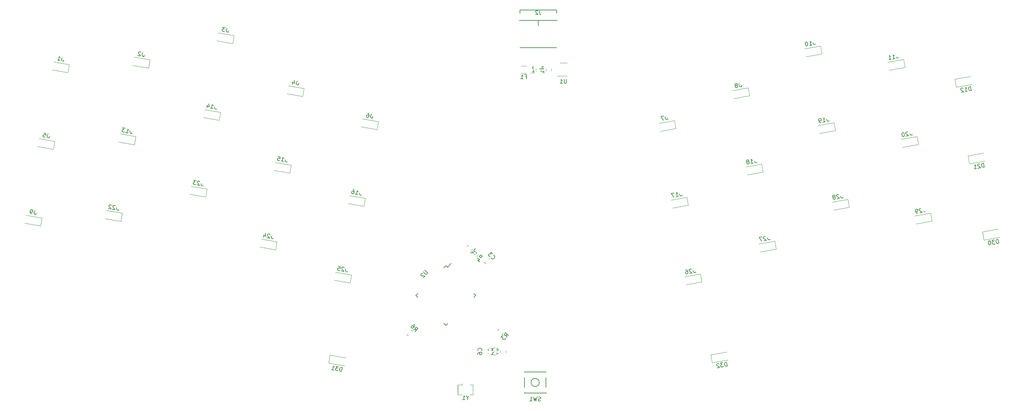
<source format=gbo>
%TF.GenerationSoftware,KiCad,Pcbnew,5.1.6*%
%TF.CreationDate,2020-09-20T21:14:21+03:00*%
%TF.ProjectId,Ball40,42616c6c-3430-42e6-9b69-6361645f7063,rev?*%
%TF.SameCoordinates,Original*%
%TF.FileFunction,Legend,Bot*%
%TF.FilePolarity,Positive*%
%FSLAX46Y46*%
G04 Gerber Fmt 4.6, Leading zero omitted, Abs format (unit mm)*
G04 Created by KiCad (PCBNEW 5.1.6) date 2020-09-20 21:14:21*
%MOMM*%
%LPD*%
G01*
G04 APERTURE LIST*
%ADD10C,0.120000*%
%ADD11C,0.150000*%
%ADD12R,0.500000X2.000000*%
%ADD13C,0.100000*%
%ADD14R,1.160000X0.750000*%
%ADD15R,1.900000X1.200000*%
%ADD16C,2.350000*%
%ADD17C,4.087800*%
%ADD18C,1.850000*%
%ADD19C,3.148000*%
%ADD20C,1.800000*%
%ADD21C,4.100000*%
%ADD22C,2.300000*%
%ADD23C,0.750000*%
%ADD24O,1.000000X2.500000*%
%ADD25O,1.000000X1.800000*%
G04 APERTURE END LIST*
D10*
%TO.C,Y1*%
X129445000Y-143599000D02*
X129445000Y-143199000D01*
X129645000Y-143599000D02*
X129645000Y-143199000D01*
X133245000Y-143599000D02*
X133245000Y-143199000D01*
X129445000Y-145599000D02*
X129445000Y-143599000D01*
X130645000Y-143199000D02*
X130645000Y-142799000D01*
X130645000Y-143199000D02*
X129645000Y-143199000D01*
X129645000Y-143599000D02*
X129645000Y-145599000D01*
X129645000Y-145599000D02*
X130645000Y-145599000D01*
X132445000Y-145599000D02*
X133245000Y-145599000D01*
X133245000Y-145599000D02*
X133245000Y-143599000D01*
X133245000Y-143199000D02*
X132445000Y-143199000D01*
D11*
%TO.C,U2*%
X127025586Y-114373031D02*
X127927148Y-113471470D01*
X119300445Y-121285000D02*
X119777742Y-120807703D01*
X126619000Y-128603555D02*
X127096297Y-128126258D01*
X133937555Y-121285000D02*
X133460258Y-121762297D01*
X126619000Y-113966445D02*
X126141703Y-114443742D01*
X133937555Y-121285000D02*
X133460258Y-120807703D01*
X126619000Y-128603555D02*
X126141703Y-128126258D01*
X119300445Y-121285000D02*
X119777742Y-121762297D01*
X126619000Y-113966445D02*
X127025586Y-114373031D01*
D10*
%TO.C,U1*%
X156264000Y-67523000D02*
X153814000Y-67523000D01*
X154464000Y-64303000D02*
X156264000Y-64303000D01*
D11*
%TO.C,SW1*%
X151063000Y-140021000D02*
X145863000Y-140021000D01*
X145863000Y-140021000D02*
X145863000Y-145221000D01*
X145863000Y-145221000D02*
X151063000Y-145221000D01*
X151063000Y-145221000D02*
X151063000Y-140021000D01*
X149463000Y-142621000D02*
G75*
G03*
X149463000Y-142621000I-1000000J0D01*
G01*
D10*
%TO.C,R6*%
X117409796Y-131113888D02*
X117044112Y-130748204D01*
X118413888Y-130109796D02*
X118048204Y-129744112D01*
%TO.C,R5*%
X131776112Y-109281796D02*
X132141796Y-108916112D01*
X132780204Y-110285888D02*
X133145888Y-109920204D01*
%TO.C,R4*%
X133173112Y-110727296D02*
X133538796Y-110361612D01*
X134177204Y-111731388D02*
X134542888Y-111365704D01*
%TO.C,R3*%
X139220612Y-129855796D02*
X139586296Y-129490112D01*
X140224704Y-130859888D02*
X140590388Y-130494204D01*
%TO.C,R2*%
X150062000Y-65732922D02*
X150062000Y-66250078D01*
X148642000Y-65732922D02*
X148642000Y-66250078D01*
%TO.C,R1*%
X152475000Y-65702922D02*
X152475000Y-66220078D01*
X151055000Y-65702922D02*
X151055000Y-66220078D01*
D11*
%TO.C,J2*%
X144600000Y-53848000D02*
X153850000Y-53848000D01*
X144750000Y-60508000D02*
X153700000Y-60508000D01*
X153705000Y-52098000D02*
X153700000Y-51338000D01*
X144750000Y-51338000D02*
X153700000Y-51338000D01*
X144750000Y-51338000D02*
X144745000Y-52098000D01*
X149225000Y-53848000D02*
X149225000Y-55118000D01*
D10*
%TO.C,F1*%
X145063936Y-65003000D02*
X146268064Y-65003000D01*
X145063936Y-66823000D02*
X146268064Y-66823000D01*
%TO.C,D32*%
X191759831Y-137773516D02*
X195600581Y-137096288D01*
X191412534Y-135803901D02*
X195253285Y-135126673D01*
X191759831Y-137773516D02*
X191412534Y-135803901D01*
%TO.C,D31*%
X97940534Y-137881099D02*
X101781285Y-138558327D01*
X98287831Y-135911484D02*
X102128581Y-136588712D01*
X97940534Y-137881099D02*
X98287831Y-135911484D01*
%TO.C,D30*%
X258180831Y-107674516D02*
X262021581Y-106997288D01*
X257833534Y-105704901D02*
X261674285Y-105027673D01*
X258180831Y-107674516D02*
X257833534Y-105704901D01*
%TO.C,D29*%
X245120169Y-101113484D02*
X241279419Y-101790712D01*
X245467466Y-103083099D02*
X241626715Y-103760327D01*
X245120169Y-101113484D02*
X245467466Y-103083099D01*
%TO.C,D28*%
X224927169Y-97684484D02*
X221086419Y-98361712D01*
X225274466Y-99654099D02*
X221433715Y-100331327D01*
X224927169Y-97684484D02*
X225274466Y-99654099D01*
%TO.C,D27*%
X207020169Y-107971484D02*
X203179419Y-108648712D01*
X207367466Y-109941099D02*
X203526715Y-110618327D01*
X207020169Y-107971484D02*
X207367466Y-109941099D01*
%TO.C,D26*%
X188860169Y-115972484D02*
X185019419Y-116649712D01*
X189207466Y-117942099D02*
X185366715Y-118619327D01*
X188860169Y-115972484D02*
X189207466Y-117942099D01*
%TO.C,D25*%
X103481466Y-116245901D02*
X99640715Y-115568673D01*
X103134169Y-118215516D02*
X99293419Y-117538288D01*
X103481466Y-116245901D02*
X103134169Y-118215516D01*
%TO.C,D24*%
X85319466Y-108117901D02*
X81478715Y-107440673D01*
X84972169Y-110087516D02*
X81131419Y-109410288D01*
X85319466Y-108117901D02*
X84972169Y-110087516D01*
%TO.C,D23*%
X68175466Y-95163901D02*
X64334715Y-94486673D01*
X67828169Y-97133516D02*
X63987419Y-96456288D01*
X68175466Y-95163901D02*
X67828169Y-97133516D01*
%TO.C,D22*%
X47474466Y-101132901D02*
X43633715Y-100455673D01*
X47127169Y-103102516D02*
X43286419Y-102425288D01*
X47474466Y-101132901D02*
X47127169Y-103102516D01*
%TO.C,D21*%
X254624831Y-89005516D02*
X258465581Y-88328288D01*
X254277534Y-87035901D02*
X258118285Y-86358673D01*
X254624831Y-89005516D02*
X254277534Y-87035901D01*
%TO.C,D20*%
X241818169Y-82317484D02*
X237977419Y-82994712D01*
X242165466Y-84287099D02*
X238324715Y-84964327D01*
X241818169Y-82317484D02*
X242165466Y-84287099D01*
%TO.C,D19*%
X221498169Y-78888484D02*
X217657419Y-79565712D01*
X221845466Y-80858099D02*
X218004715Y-81535327D01*
X221498169Y-78888484D02*
X221845466Y-80858099D01*
%TO.C,D18*%
X203845169Y-89048484D02*
X200004419Y-89725712D01*
X204192466Y-91018099D02*
X200351715Y-91695327D01*
X203845169Y-89048484D02*
X204192466Y-91018099D01*
%TO.C,D17*%
X185557169Y-97176484D02*
X181716419Y-97853712D01*
X185904466Y-99146099D02*
X182063715Y-99823327D01*
X185557169Y-97176484D02*
X185904466Y-99146099D01*
%TO.C,D16*%
X106910466Y-97449901D02*
X103069715Y-96772673D01*
X106563169Y-99419516D02*
X102722419Y-98742288D01*
X106910466Y-97449901D02*
X106563169Y-99419516D01*
%TO.C,D15*%
X88749466Y-89321901D02*
X84908715Y-88644673D01*
X88402169Y-91291516D02*
X84561419Y-90614288D01*
X88749466Y-89321901D02*
X88402169Y-91291516D01*
%TO.C,D14*%
X71477466Y-76367901D02*
X67636715Y-75690673D01*
X71130169Y-78337516D02*
X67289419Y-77660288D01*
X71477466Y-76367901D02*
X71130169Y-78337516D01*
%TO.C,D13*%
X50776466Y-82336901D02*
X46935715Y-81659673D01*
X50429169Y-84306516D02*
X46588419Y-83629288D01*
X50776466Y-82336901D02*
X50429169Y-84306516D01*
%TO.C,D12*%
X251449831Y-70209516D02*
X255290581Y-69532288D01*
X251102534Y-68239901D02*
X254943285Y-67562673D01*
X251449831Y-70209516D02*
X251102534Y-68239901D01*
%TO.C,D11*%
X238516169Y-63394484D02*
X234675419Y-64071712D01*
X238863466Y-65364099D02*
X235022715Y-66041327D01*
X238516169Y-63394484D02*
X238863466Y-65364099D01*
%TO.C,D10*%
X218196169Y-60092484D02*
X214355419Y-60769712D01*
X218543466Y-62062099D02*
X214702715Y-62739327D01*
X218196169Y-60092484D02*
X218543466Y-62062099D01*
%TO.C,D9*%
X27789466Y-102275901D02*
X23948715Y-101598673D01*
X27442169Y-104245516D02*
X23601419Y-103568288D01*
X27789466Y-102275901D02*
X27442169Y-104245516D01*
%TO.C,D8*%
X200543169Y-70379484D02*
X196702419Y-71056712D01*
X200890466Y-72349099D02*
X197049715Y-73026327D01*
X200543169Y-70379484D02*
X200890466Y-72349099D01*
%TO.C,D7*%
X182509169Y-78380484D02*
X178668419Y-79057712D01*
X182856466Y-80350099D02*
X179015715Y-81027327D01*
X182509169Y-78380484D02*
X182856466Y-80350099D01*
%TO.C,D6*%
X110085466Y-78653901D02*
X106244715Y-77976673D01*
X109738169Y-80623516D02*
X105897419Y-79946288D01*
X110085466Y-78653901D02*
X109738169Y-80623516D01*
%TO.C,D5*%
X30964466Y-83479901D02*
X27123715Y-82802673D01*
X30617169Y-85449516D02*
X26776419Y-84772288D01*
X30964466Y-83479901D02*
X30617169Y-85449516D01*
%TO.C,D4*%
X91924466Y-70525901D02*
X88083715Y-69848673D01*
X91577169Y-72495516D02*
X87736419Y-71818288D01*
X91924466Y-70525901D02*
X91577169Y-72495516D01*
%TO.C,D3*%
X74779466Y-57571901D02*
X70938715Y-56894673D01*
X74432169Y-59541516D02*
X70591419Y-58864288D01*
X74779466Y-57571901D02*
X74432169Y-59541516D01*
%TO.C,D2*%
X54205466Y-63540901D02*
X50364715Y-62863673D01*
X53858169Y-65510516D02*
X50017419Y-64833288D01*
X54205466Y-63540901D02*
X53858169Y-65510516D01*
%TO.C,D1*%
X34520466Y-64683901D02*
X30679715Y-64006673D01*
X34173169Y-66653516D02*
X30332419Y-65976288D01*
X34520466Y-64683901D02*
X34173169Y-66653516D01*
%TO.C,C7*%
X141299000Y-134790922D02*
X141299000Y-135308078D01*
X139879000Y-134790922D02*
X139879000Y-135308078D01*
%TO.C,C3*%
X136332796Y-113460888D02*
X135967112Y-113095204D01*
X137336888Y-112456796D02*
X136971204Y-112091112D01*
%TO.C,Y1*%
D11*
X131921190Y-146375190D02*
X131921190Y-146851380D01*
X132254523Y-145851380D02*
X131921190Y-146375190D01*
X131587857Y-145851380D01*
X130730714Y-146851380D02*
X131302142Y-146851380D01*
X131016428Y-146851380D02*
X131016428Y-145851380D01*
X131111666Y-145994238D01*
X131206904Y-146089476D01*
X131302142Y-146137095D01*
%TO.C,U2*%
X121502576Y-115091080D02*
X122074996Y-115663500D01*
X122108668Y-115764515D01*
X122108668Y-115831859D01*
X122074996Y-115932874D01*
X121940309Y-116067561D01*
X121839294Y-116101233D01*
X121771950Y-116101233D01*
X121670935Y-116067561D01*
X121098515Y-115495141D01*
X120862813Y-115865531D02*
X120795470Y-115865531D01*
X120694454Y-115899202D01*
X120526096Y-116067561D01*
X120492424Y-116168576D01*
X120492424Y-116235920D01*
X120526096Y-116336935D01*
X120593439Y-116404279D01*
X120728126Y-116471622D01*
X121536248Y-116471622D01*
X121098515Y-116909355D01*
%TO.C,U1*%
X156125904Y-68265380D02*
X156125904Y-69074904D01*
X156078285Y-69170142D01*
X156030666Y-69217761D01*
X155935428Y-69265380D01*
X155744952Y-69265380D01*
X155649714Y-69217761D01*
X155602095Y-69170142D01*
X155554476Y-69074904D01*
X155554476Y-68265380D01*
X154554476Y-69265380D02*
X155125904Y-69265380D01*
X154840190Y-69265380D02*
X154840190Y-68265380D01*
X154935428Y-68408238D01*
X155030666Y-68503476D01*
X155125904Y-68551095D01*
%TO.C,SW1*%
X149796333Y-147089761D02*
X149653476Y-147137380D01*
X149415380Y-147137380D01*
X149320142Y-147089761D01*
X149272523Y-147042142D01*
X149224904Y-146946904D01*
X149224904Y-146851666D01*
X149272523Y-146756428D01*
X149320142Y-146708809D01*
X149415380Y-146661190D01*
X149605857Y-146613571D01*
X149701095Y-146565952D01*
X149748714Y-146518333D01*
X149796333Y-146423095D01*
X149796333Y-146327857D01*
X149748714Y-146232619D01*
X149701095Y-146185000D01*
X149605857Y-146137380D01*
X149367761Y-146137380D01*
X149224904Y-146185000D01*
X148891571Y-146137380D02*
X148653476Y-147137380D01*
X148463000Y-146423095D01*
X148272523Y-147137380D01*
X148034428Y-146137380D01*
X147129666Y-147137380D02*
X147701095Y-147137380D01*
X147415380Y-147137380D02*
X147415380Y-146137380D01*
X147510619Y-146280238D01*
X147605857Y-146375476D01*
X147701095Y-146423095D01*
%TO.C,R6*%
X118693695Y-129700006D02*
X119266115Y-129598991D01*
X119097756Y-130104067D02*
X119804863Y-129396961D01*
X119535489Y-129127586D01*
X119434474Y-129093915D01*
X119367130Y-129093915D01*
X119266115Y-129127586D01*
X119165100Y-129228602D01*
X119131428Y-129329617D01*
X119131428Y-129396961D01*
X119165100Y-129497976D01*
X119434474Y-129767350D01*
X118794710Y-128386808D02*
X118929397Y-128521495D01*
X118963069Y-128622510D01*
X118963069Y-128689854D01*
X118929397Y-128858212D01*
X118828382Y-129026571D01*
X118559008Y-129295945D01*
X118457993Y-129329617D01*
X118390649Y-129329617D01*
X118289634Y-129295945D01*
X118154947Y-129161258D01*
X118121275Y-129060243D01*
X118121275Y-128992899D01*
X118154947Y-128891884D01*
X118323306Y-128723525D01*
X118424321Y-128689854D01*
X118491664Y-128689854D01*
X118592680Y-128723525D01*
X118727367Y-128858212D01*
X118761038Y-128959228D01*
X118761038Y-129026571D01*
X118727367Y-129127586D01*
%TO.C,R5*%
X134065458Y-110969756D02*
X133964443Y-110397336D01*
X134469519Y-110565695D02*
X133762413Y-109858588D01*
X133493038Y-110127962D01*
X133459367Y-110228977D01*
X133459367Y-110296321D01*
X133493038Y-110397336D01*
X133594054Y-110498351D01*
X133695069Y-110532023D01*
X133762413Y-110532023D01*
X133863428Y-110498351D01*
X134132802Y-110228977D01*
X132718588Y-110902413D02*
X133055306Y-110565695D01*
X133425695Y-110868741D01*
X133358351Y-110868741D01*
X133257336Y-110902413D01*
X133088977Y-111070771D01*
X133055306Y-111171787D01*
X133055306Y-111239130D01*
X133088977Y-111340145D01*
X133257336Y-111508504D01*
X133358351Y-111542176D01*
X133425695Y-111542176D01*
X133526710Y-111508504D01*
X133695069Y-111340145D01*
X133728741Y-111239130D01*
X133728741Y-111171787D01*
%TO.C,R4*%
X135462458Y-112415256D02*
X135361443Y-111842836D01*
X135866519Y-112011195D02*
X135159413Y-111304088D01*
X134890038Y-111573462D01*
X134856367Y-111674477D01*
X134856367Y-111741821D01*
X134890038Y-111842836D01*
X134991054Y-111943851D01*
X135092069Y-111977523D01*
X135159413Y-111977523D01*
X135260428Y-111943851D01*
X135529802Y-111674477D01*
X134384962Y-112549943D02*
X134856367Y-113021348D01*
X134283947Y-112112210D02*
X134957382Y-112448928D01*
X134519649Y-112886661D01*
%TO.C,R3*%
X141509958Y-131543756D02*
X141408943Y-130971336D01*
X141914019Y-131139695D02*
X141206913Y-130432588D01*
X140937538Y-130701962D01*
X140903867Y-130802977D01*
X140903867Y-130870321D01*
X140937538Y-130971336D01*
X141038554Y-131072351D01*
X141139569Y-131106023D01*
X141206913Y-131106023D01*
X141307928Y-131072351D01*
X141577302Y-130802977D01*
X140567149Y-131072351D02*
X140129416Y-131510084D01*
X140634493Y-131543756D01*
X140533477Y-131644771D01*
X140499806Y-131745787D01*
X140499806Y-131813130D01*
X140533477Y-131914145D01*
X140701836Y-132082504D01*
X140802851Y-132116176D01*
X140870195Y-132116176D01*
X140971210Y-132082504D01*
X141173241Y-131880474D01*
X141206913Y-131779458D01*
X141206913Y-131712115D01*
%TO.C,R2*%
X148154380Y-65824833D02*
X147678190Y-65491500D01*
X148154380Y-65253404D02*
X147154380Y-65253404D01*
X147154380Y-65634357D01*
X147202000Y-65729595D01*
X147249619Y-65777214D01*
X147344857Y-65824833D01*
X147487714Y-65824833D01*
X147582952Y-65777214D01*
X147630571Y-65729595D01*
X147678190Y-65634357D01*
X147678190Y-65253404D01*
X147249619Y-66205785D02*
X147202000Y-66253404D01*
X147154380Y-66348642D01*
X147154380Y-66586738D01*
X147202000Y-66681976D01*
X147249619Y-66729595D01*
X147344857Y-66777214D01*
X147440095Y-66777214D01*
X147582952Y-66729595D01*
X148154380Y-66158166D01*
X148154380Y-66777214D01*
%TO.C,R1*%
X150567380Y-65794833D02*
X150091190Y-65461500D01*
X150567380Y-65223404D02*
X149567380Y-65223404D01*
X149567380Y-65604357D01*
X149615000Y-65699595D01*
X149662619Y-65747214D01*
X149757857Y-65794833D01*
X149900714Y-65794833D01*
X149995952Y-65747214D01*
X150043571Y-65699595D01*
X150091190Y-65604357D01*
X150091190Y-65223404D01*
X150567380Y-66747214D02*
X150567380Y-66175785D01*
X150567380Y-66461500D02*
X149567380Y-66461500D01*
X149710238Y-66366261D01*
X149805476Y-66271023D01*
X149853095Y-66175785D01*
%TO.C,J2*%
X149558333Y-51450380D02*
X149558333Y-52164666D01*
X149605952Y-52307523D01*
X149701190Y-52402761D01*
X149844047Y-52450380D01*
X149939285Y-52450380D01*
X149129761Y-51545619D02*
X149082142Y-51498000D01*
X148986904Y-51450380D01*
X148748809Y-51450380D01*
X148653571Y-51498000D01*
X148605952Y-51545619D01*
X148558333Y-51640857D01*
X148558333Y-51736095D01*
X148605952Y-51878952D01*
X149177380Y-52450380D01*
X148558333Y-52450380D01*
%TO.C,F1*%
X145999333Y-67661571D02*
X146332666Y-67661571D01*
X146332666Y-68185380D02*
X146332666Y-67185380D01*
X145856476Y-67185380D01*
X144951714Y-68185380D02*
X145523142Y-68185380D01*
X145237428Y-68185380D02*
X145237428Y-67185380D01*
X145332666Y-67328238D01*
X145427904Y-67423476D01*
X145523142Y-67471095D01*
%TO.C,D32*%
X195423689Y-138602265D02*
X195250040Y-137617458D01*
X195015562Y-137658802D01*
X194883145Y-137730505D01*
X194805891Y-137840834D01*
X194775534Y-137942894D01*
X194761714Y-138138746D01*
X194786521Y-138279432D01*
X194866492Y-138458746D01*
X194929926Y-138544268D01*
X195040255Y-138621521D01*
X195189211Y-138643610D01*
X195423689Y-138602265D01*
X194359024Y-137774568D02*
X193749381Y-137882064D01*
X194143802Y-138199346D01*
X194003115Y-138224153D01*
X193917593Y-138287587D01*
X193878966Y-138342751D01*
X193848609Y-138444812D01*
X193889953Y-138679290D01*
X193953387Y-138764812D01*
X194008551Y-138803438D01*
X194110612Y-138833796D01*
X194391985Y-138784182D01*
X194477508Y-138720749D01*
X194516134Y-138665584D01*
X193390754Y-138042007D02*
X193335589Y-138003381D01*
X193233529Y-137973023D01*
X192999051Y-138014368D01*
X192913529Y-138077801D01*
X192874902Y-138132966D01*
X192844545Y-138235026D01*
X192861083Y-138328817D01*
X192932785Y-138461235D01*
X193594760Y-138924755D01*
X192985117Y-139032251D01*
%TO.C,D31*%
X101099986Y-139912982D02*
X101273635Y-138928175D01*
X101039156Y-138886830D01*
X100890201Y-138908918D01*
X100779872Y-138986172D01*
X100716438Y-139071694D01*
X100636467Y-139251007D01*
X100611660Y-139391694D01*
X100625479Y-139587546D01*
X100655837Y-139689606D01*
X100733090Y-139799935D01*
X100865508Y-139871637D01*
X101099986Y-139912982D01*
X100382618Y-138771064D02*
X99772975Y-138663568D01*
X100035093Y-139096615D01*
X99894406Y-139071808D01*
X99792346Y-139102166D01*
X99737181Y-139140793D01*
X99673748Y-139226315D01*
X99632403Y-139460793D01*
X99662760Y-139562853D01*
X99701387Y-139618018D01*
X99786909Y-139681451D01*
X100068283Y-139731065D01*
X100170343Y-139700707D01*
X100225508Y-139662081D01*
X98661415Y-139482996D02*
X99224162Y-139582224D01*
X98942788Y-139532610D02*
X99116437Y-138547802D01*
X99185421Y-138705027D01*
X99262674Y-138815356D01*
X99348196Y-138878790D01*
%TO.C,D30*%
X261844689Y-108503265D02*
X261671040Y-107518458D01*
X261436562Y-107559802D01*
X261304145Y-107631505D01*
X261226891Y-107741834D01*
X261196534Y-107843894D01*
X261182714Y-108039746D01*
X261207521Y-108180432D01*
X261287492Y-108359746D01*
X261350926Y-108445268D01*
X261461255Y-108522521D01*
X261610211Y-108544610D01*
X261844689Y-108503265D01*
X260780024Y-107675568D02*
X260170381Y-107783064D01*
X260564802Y-108100346D01*
X260424115Y-108125153D01*
X260338593Y-108188587D01*
X260299966Y-108243751D01*
X260269609Y-108345812D01*
X260310953Y-108580290D01*
X260374387Y-108665812D01*
X260429551Y-108704438D01*
X260531612Y-108734796D01*
X260812985Y-108685182D01*
X260898508Y-108621749D01*
X260937134Y-108566584D01*
X259560738Y-107890561D02*
X259466947Y-107907099D01*
X259381425Y-107970532D01*
X259342798Y-108025697D01*
X259312440Y-108127757D01*
X259298621Y-108323608D01*
X259339965Y-108558086D01*
X259419937Y-108737400D01*
X259483370Y-108822922D01*
X259538535Y-108861549D01*
X259640595Y-108891906D01*
X259734386Y-108875369D01*
X259819909Y-108811935D01*
X259858535Y-108756770D01*
X259888893Y-108654710D01*
X259902713Y-108458859D01*
X259861368Y-108224381D01*
X259781396Y-108045067D01*
X259717963Y-107959545D01*
X259662798Y-107920918D01*
X259560738Y-107890561D01*
%TO.C,D29*%
X244005097Y-100754033D02*
X243831448Y-99769226D01*
X243596970Y-99810570D01*
X243464553Y-99882273D01*
X243387299Y-99992602D01*
X243356942Y-100094662D01*
X243343122Y-100290514D01*
X243367929Y-100431200D01*
X243447900Y-100610514D01*
X243511334Y-100696036D01*
X243621663Y-100773289D01*
X243770619Y-100795378D01*
X244005097Y-100754033D01*
X242910074Y-100028396D02*
X242854910Y-99989769D01*
X242752849Y-99959412D01*
X242518371Y-100000756D01*
X242432849Y-100064190D01*
X242394223Y-100119355D01*
X242363865Y-100221415D01*
X242380403Y-100315206D01*
X242452105Y-100447624D01*
X243114080Y-100911144D01*
X242504437Y-101018640D01*
X242035481Y-101101330D02*
X241847899Y-101134405D01*
X241745839Y-101104048D01*
X241690674Y-101065421D01*
X241572076Y-100941272D01*
X241492104Y-100761959D01*
X241425953Y-100386794D01*
X241456310Y-100284734D01*
X241494937Y-100229569D01*
X241580459Y-100166136D01*
X241768042Y-100133060D01*
X241870102Y-100163417D01*
X241925266Y-100202044D01*
X241988700Y-100287566D01*
X242030045Y-100522044D01*
X241999687Y-100624105D01*
X241961060Y-100679269D01*
X241875538Y-100742703D01*
X241687956Y-100775779D01*
X241585896Y-100745421D01*
X241530731Y-100706794D01*
X241467298Y-100621272D01*
%TO.C,D28*%
X223812097Y-97325033D02*
X223638448Y-96340226D01*
X223403970Y-96381570D01*
X223271553Y-96453273D01*
X223194299Y-96563602D01*
X223163942Y-96665662D01*
X223150122Y-96861514D01*
X223174929Y-97002200D01*
X223254900Y-97181514D01*
X223318334Y-97267036D01*
X223428663Y-97344289D01*
X223577619Y-97366378D01*
X223812097Y-97325033D01*
X222717074Y-96599396D02*
X222661910Y-96560769D01*
X222559849Y-96530412D01*
X222325371Y-96571756D01*
X222239849Y-96635190D01*
X222201223Y-96690355D01*
X222170865Y-96792415D01*
X222187403Y-96886206D01*
X222259105Y-97018624D01*
X222921080Y-97482144D01*
X222311437Y-97589640D01*
X221649462Y-97126120D02*
X221734985Y-97062687D01*
X221773611Y-97007522D01*
X221803969Y-96905462D01*
X221795700Y-96858566D01*
X221732266Y-96773044D01*
X221677102Y-96734417D01*
X221575042Y-96704060D01*
X221387459Y-96737136D01*
X221301937Y-96800569D01*
X221263310Y-96855734D01*
X221232953Y-96957794D01*
X221241222Y-97004690D01*
X221304655Y-97090212D01*
X221359820Y-97128838D01*
X221461880Y-97159196D01*
X221649462Y-97126120D01*
X221751523Y-97156478D01*
X221806687Y-97195105D01*
X221870121Y-97280627D01*
X221903196Y-97468209D01*
X221872839Y-97570269D01*
X221834212Y-97625434D01*
X221748690Y-97688868D01*
X221561107Y-97721943D01*
X221459047Y-97691586D01*
X221403883Y-97652959D01*
X221340449Y-97567437D01*
X221307373Y-97379854D01*
X221337731Y-97277794D01*
X221376358Y-97222630D01*
X221461880Y-97159196D01*
%TO.C,D27*%
X205905097Y-107612033D02*
X205731448Y-106627226D01*
X205496970Y-106668570D01*
X205364553Y-106740273D01*
X205287299Y-106850602D01*
X205256942Y-106952662D01*
X205243122Y-107148514D01*
X205267929Y-107289200D01*
X205347900Y-107468514D01*
X205411334Y-107554036D01*
X205521663Y-107631289D01*
X205670619Y-107653378D01*
X205905097Y-107612033D01*
X204810074Y-106886396D02*
X204754910Y-106847769D01*
X204652849Y-106817412D01*
X204418371Y-106858756D01*
X204332849Y-106922190D01*
X204294223Y-106977355D01*
X204263865Y-107079415D01*
X204280403Y-107173206D01*
X204352105Y-107305624D01*
X205014080Y-107769144D01*
X204404437Y-107876640D01*
X203902520Y-106949715D02*
X203245981Y-107065480D01*
X203841690Y-107975868D01*
%TO.C,D26*%
X187745097Y-115613033D02*
X187571448Y-114628226D01*
X187336970Y-114669570D01*
X187204553Y-114741273D01*
X187127299Y-114851602D01*
X187096942Y-114953662D01*
X187083122Y-115149514D01*
X187107929Y-115290200D01*
X187187900Y-115469514D01*
X187251334Y-115555036D01*
X187361663Y-115632289D01*
X187510619Y-115654378D01*
X187745097Y-115613033D01*
X186650074Y-114887396D02*
X186594910Y-114848769D01*
X186492849Y-114818412D01*
X186258371Y-114859756D01*
X186172849Y-114923190D01*
X186134223Y-114978355D01*
X186103865Y-115080415D01*
X186120403Y-115174206D01*
X186192105Y-115306624D01*
X186854080Y-115770144D01*
X186244437Y-115877640D01*
X185226668Y-115041674D02*
X185414251Y-115008598D01*
X185516311Y-115038955D01*
X185571475Y-115077582D01*
X185690073Y-115201731D01*
X185770045Y-115381044D01*
X185836196Y-115756209D01*
X185805839Y-115858269D01*
X185767212Y-115913434D01*
X185681690Y-115976868D01*
X185494107Y-116009943D01*
X185392047Y-115979586D01*
X185336883Y-115940959D01*
X185273449Y-115855437D01*
X185232104Y-115620959D01*
X185262462Y-115518899D01*
X185301089Y-115463734D01*
X185386611Y-115400300D01*
X185574193Y-115367225D01*
X185676254Y-115397582D01*
X185731418Y-115436209D01*
X185794852Y-115521731D01*
%TO.C,D25*%
X102556578Y-115526750D02*
X102730227Y-114541943D01*
X102495748Y-114500598D01*
X102346793Y-114522686D01*
X102236464Y-114599940D01*
X102173030Y-114685462D01*
X102093059Y-114864775D01*
X102068252Y-115005462D01*
X102082071Y-115201314D01*
X102112429Y-115303374D01*
X102189682Y-115413703D01*
X102322100Y-115485405D01*
X102556578Y-115526750D01*
X101775776Y-114470355D02*
X101737150Y-114415190D01*
X101651628Y-114351756D01*
X101417150Y-114310412D01*
X101315089Y-114340769D01*
X101259925Y-114379396D01*
X101196491Y-114464918D01*
X101179953Y-114558709D01*
X101202042Y-114707665D01*
X101665562Y-115369640D01*
X101055919Y-115262144D01*
X100338551Y-114120226D02*
X100807507Y-114202915D01*
X100771713Y-114680140D01*
X100733086Y-114624976D01*
X100647564Y-114561542D01*
X100413086Y-114520197D01*
X100311026Y-114550555D01*
X100255861Y-114589182D01*
X100192427Y-114674704D01*
X100151083Y-114909182D01*
X100181440Y-115011242D01*
X100220067Y-115066407D01*
X100305589Y-115129840D01*
X100540067Y-115171185D01*
X100642127Y-115140827D01*
X100697292Y-115102201D01*
%TO.C,D24*%
X84394578Y-107398750D02*
X84568227Y-106413943D01*
X84333748Y-106372598D01*
X84184793Y-106394686D01*
X84074464Y-106471940D01*
X84011030Y-106557462D01*
X83931059Y-106736775D01*
X83906252Y-106877462D01*
X83920071Y-107073314D01*
X83950429Y-107175374D01*
X84027682Y-107285703D01*
X84160100Y-107357405D01*
X84394578Y-107398750D01*
X83613776Y-106342355D02*
X83575150Y-106287190D01*
X83489628Y-106223756D01*
X83255150Y-106182412D01*
X83153089Y-106212769D01*
X83097925Y-106251396D01*
X83034491Y-106336918D01*
X83017953Y-106430709D01*
X83040042Y-106579665D01*
X83503562Y-107241640D01*
X82893919Y-107134144D01*
X82165563Y-106328764D02*
X82049798Y-106985302D01*
X82466193Y-105994944D02*
X82576637Y-106739723D01*
X81966994Y-106632226D01*
%TO.C,D23*%
X67250578Y-94444750D02*
X67424227Y-93459943D01*
X67189748Y-93418598D01*
X67040793Y-93440686D01*
X66930464Y-93517940D01*
X66867030Y-93603462D01*
X66787059Y-93782775D01*
X66762252Y-93923462D01*
X66776071Y-94119314D01*
X66806429Y-94221374D01*
X66883682Y-94331703D01*
X67016100Y-94403405D01*
X67250578Y-94444750D01*
X66469776Y-93388355D02*
X66431150Y-93333190D01*
X66345628Y-93269756D01*
X66111150Y-93228412D01*
X66009089Y-93258769D01*
X65953925Y-93297396D01*
X65890491Y-93382918D01*
X65873953Y-93476709D01*
X65896042Y-93625665D01*
X66359562Y-94287640D01*
X65749919Y-94180144D01*
X65595298Y-93137453D02*
X64985655Y-93029957D01*
X65247773Y-93463004D01*
X65107086Y-93438197D01*
X65005026Y-93468555D01*
X64949861Y-93507182D01*
X64886427Y-93592704D01*
X64845083Y-93827182D01*
X64875440Y-93929242D01*
X64914067Y-93984407D01*
X64999589Y-94047840D01*
X65280963Y-94097454D01*
X65383023Y-94067096D01*
X65438188Y-94028470D01*
%TO.C,D22*%
X46549578Y-100413750D02*
X46723227Y-99428943D01*
X46488748Y-99387598D01*
X46339793Y-99409686D01*
X46229464Y-99486940D01*
X46166030Y-99572462D01*
X46086059Y-99751775D01*
X46061252Y-99892462D01*
X46075071Y-100088314D01*
X46105429Y-100190374D01*
X46182682Y-100300703D01*
X46315100Y-100372405D01*
X46549578Y-100413750D01*
X45768776Y-99357355D02*
X45730150Y-99302190D01*
X45644628Y-99238756D01*
X45410150Y-99197412D01*
X45308089Y-99227769D01*
X45252925Y-99266396D01*
X45189491Y-99351918D01*
X45172953Y-99445709D01*
X45195042Y-99594665D01*
X45658562Y-100256640D01*
X45048919Y-100149144D01*
X44830864Y-99191975D02*
X44792238Y-99136811D01*
X44706715Y-99073377D01*
X44472237Y-99032032D01*
X44370177Y-99062390D01*
X44315013Y-99101017D01*
X44251579Y-99186539D01*
X44235041Y-99280330D01*
X44257130Y-99429286D01*
X44720650Y-100091261D01*
X44111007Y-99983764D01*
%TO.C,D21*%
X258288689Y-89834265D02*
X258115040Y-88849458D01*
X257880562Y-88890802D01*
X257748145Y-88962505D01*
X257670891Y-89072834D01*
X257640534Y-89174894D01*
X257626714Y-89370746D01*
X257651521Y-89511432D01*
X257731492Y-89690746D01*
X257794926Y-89776268D01*
X257905255Y-89853521D01*
X258054211Y-89875610D01*
X258288689Y-89834265D01*
X257193666Y-89108628D02*
X257138502Y-89070001D01*
X257036441Y-89039644D01*
X256801963Y-89080988D01*
X256716441Y-89144422D01*
X256677815Y-89199587D01*
X256647457Y-89301647D01*
X256663995Y-89395438D01*
X256735697Y-89527856D01*
X257397672Y-89991376D01*
X256788029Y-90098872D01*
X255850117Y-90264251D02*
X256412864Y-90165024D01*
X256131491Y-90214637D02*
X255957843Y-89229830D01*
X256076441Y-89353979D01*
X256186770Y-89431232D01*
X256288830Y-89461590D01*
%TO.C,D20*%
X240703097Y-81958033D02*
X240529448Y-80973226D01*
X240294970Y-81014570D01*
X240162553Y-81086273D01*
X240085299Y-81196602D01*
X240054942Y-81298662D01*
X240041122Y-81494514D01*
X240065929Y-81635200D01*
X240145900Y-81814514D01*
X240209334Y-81900036D01*
X240319663Y-81977289D01*
X240468619Y-81999378D01*
X240703097Y-81958033D01*
X239608074Y-81232396D02*
X239552910Y-81193769D01*
X239450849Y-81163412D01*
X239216371Y-81204756D01*
X239130849Y-81268190D01*
X239092223Y-81323355D01*
X239061865Y-81425415D01*
X239078403Y-81519206D01*
X239150105Y-81651624D01*
X239812080Y-82115144D01*
X239202437Y-82222640D01*
X238419146Y-81345329D02*
X238325355Y-81361867D01*
X238239833Y-81425300D01*
X238201206Y-81480465D01*
X238170848Y-81582525D01*
X238157029Y-81778376D01*
X238198373Y-82012854D01*
X238278345Y-82192168D01*
X238341778Y-82277690D01*
X238396943Y-82316317D01*
X238499003Y-82346674D01*
X238592794Y-82330137D01*
X238678317Y-82266703D01*
X238716943Y-82211538D01*
X238747301Y-82109478D01*
X238761121Y-81913627D01*
X238719776Y-81679149D01*
X238639804Y-81499835D01*
X238576371Y-81414313D01*
X238521206Y-81375686D01*
X238419146Y-81345329D01*
%TO.C,D19*%
X220383097Y-78529033D02*
X220209448Y-77544226D01*
X219974970Y-77585570D01*
X219842553Y-77657273D01*
X219765299Y-77767602D01*
X219734942Y-77869662D01*
X219721122Y-78065514D01*
X219745929Y-78206200D01*
X219825900Y-78385514D01*
X219889334Y-78471036D01*
X219999663Y-78548289D01*
X220148619Y-78570378D01*
X220383097Y-78529033D01*
X218882437Y-78793640D02*
X219445184Y-78694412D01*
X219163811Y-78744026D02*
X218990163Y-77759218D01*
X219108761Y-77883367D01*
X219219090Y-77960621D01*
X219321150Y-77990978D01*
X218413481Y-78876330D02*
X218225899Y-78909405D01*
X218123839Y-78879048D01*
X218068674Y-78840421D01*
X217950076Y-78716272D01*
X217870104Y-78536959D01*
X217803953Y-78161794D01*
X217834310Y-78059734D01*
X217872937Y-78004569D01*
X217958459Y-77941136D01*
X218146042Y-77908060D01*
X218248102Y-77938417D01*
X218303266Y-77977044D01*
X218366700Y-78062566D01*
X218408045Y-78297044D01*
X218377687Y-78399105D01*
X218339060Y-78454269D01*
X218253538Y-78517703D01*
X218065956Y-78550779D01*
X217963896Y-78520421D01*
X217908731Y-78481794D01*
X217845298Y-78396272D01*
%TO.C,D18*%
X202730097Y-88689033D02*
X202556448Y-87704226D01*
X202321970Y-87745570D01*
X202189553Y-87817273D01*
X202112299Y-87927602D01*
X202081942Y-88029662D01*
X202068122Y-88225514D01*
X202092929Y-88366200D01*
X202172900Y-88545514D01*
X202236334Y-88631036D01*
X202346663Y-88708289D01*
X202495619Y-88730378D01*
X202730097Y-88689033D01*
X201229437Y-88953640D02*
X201792184Y-88854412D01*
X201510811Y-88904026D02*
X201337163Y-87919218D01*
X201455761Y-88043367D01*
X201566090Y-88120621D01*
X201668150Y-88150978D01*
X200567462Y-88490120D02*
X200652985Y-88426687D01*
X200691611Y-88371522D01*
X200721969Y-88269462D01*
X200713700Y-88222566D01*
X200650266Y-88137044D01*
X200595102Y-88098417D01*
X200493042Y-88068060D01*
X200305459Y-88101136D01*
X200219937Y-88164569D01*
X200181310Y-88219734D01*
X200150953Y-88321794D01*
X200159222Y-88368690D01*
X200222655Y-88454212D01*
X200277820Y-88492838D01*
X200379880Y-88523196D01*
X200567462Y-88490120D01*
X200669523Y-88520478D01*
X200724687Y-88559105D01*
X200788121Y-88644627D01*
X200821196Y-88832209D01*
X200790839Y-88934269D01*
X200752212Y-88989434D01*
X200666690Y-89052868D01*
X200479107Y-89085943D01*
X200377047Y-89055586D01*
X200321883Y-89016959D01*
X200258449Y-88931437D01*
X200225373Y-88743854D01*
X200255731Y-88641794D01*
X200294358Y-88586630D01*
X200379880Y-88523196D01*
%TO.C,D17*%
X184442097Y-96817033D02*
X184268448Y-95832226D01*
X184033970Y-95873570D01*
X183901553Y-95945273D01*
X183824299Y-96055602D01*
X183793942Y-96157662D01*
X183780122Y-96353514D01*
X183804929Y-96494200D01*
X183884900Y-96673514D01*
X183948334Y-96759036D01*
X184058663Y-96836289D01*
X184207619Y-96858378D01*
X184442097Y-96817033D01*
X182941437Y-97081640D02*
X183504184Y-96982412D01*
X183222811Y-97032026D02*
X183049163Y-96047218D01*
X183167761Y-96171367D01*
X183278090Y-96248621D01*
X183380150Y-96278978D01*
X182439520Y-96154715D02*
X181782981Y-96270480D01*
X182378690Y-97180868D01*
%TO.C,D16*%
X105985578Y-96730750D02*
X106159227Y-95745943D01*
X105924748Y-95704598D01*
X105775793Y-95726686D01*
X105665464Y-95803940D01*
X105602030Y-95889462D01*
X105522059Y-96068775D01*
X105497252Y-96209462D01*
X105511071Y-96405314D01*
X105541429Y-96507374D01*
X105618682Y-96617703D01*
X105751100Y-96689405D01*
X105985578Y-96730750D01*
X104484919Y-96466144D02*
X105047666Y-96565371D01*
X104766293Y-96515757D02*
X104939941Y-95530950D01*
X105008925Y-95688174D01*
X105086178Y-95798503D01*
X105171701Y-95861937D01*
X103814446Y-95332494D02*
X104002029Y-95365570D01*
X104087551Y-95429004D01*
X104126178Y-95484168D01*
X104195162Y-95641393D01*
X104208982Y-95837245D01*
X104142830Y-96212409D01*
X104079396Y-96297932D01*
X104024232Y-96336558D01*
X103922172Y-96366916D01*
X103734589Y-96333840D01*
X103649067Y-96270407D01*
X103610440Y-96215242D01*
X103580083Y-96113182D01*
X103621427Y-95878704D01*
X103684861Y-95793182D01*
X103740026Y-95754555D01*
X103842086Y-95724197D01*
X104029668Y-95757273D01*
X104115190Y-95820707D01*
X104153817Y-95875871D01*
X104184175Y-95977931D01*
%TO.C,D15*%
X87824578Y-88602750D02*
X87998227Y-87617943D01*
X87763748Y-87576598D01*
X87614793Y-87598686D01*
X87504464Y-87675940D01*
X87441030Y-87761462D01*
X87361059Y-87940775D01*
X87336252Y-88081462D01*
X87350071Y-88277314D01*
X87380429Y-88379374D01*
X87457682Y-88489703D01*
X87590100Y-88561405D01*
X87824578Y-88602750D01*
X86323919Y-88338144D02*
X86886666Y-88437371D01*
X86605293Y-88387757D02*
X86778941Y-87402950D01*
X86847925Y-87560174D01*
X86925178Y-87670503D01*
X87010701Y-87733937D01*
X85606551Y-87196226D02*
X86075507Y-87278915D01*
X86039713Y-87756140D01*
X86001086Y-87700976D01*
X85915564Y-87637542D01*
X85681086Y-87596197D01*
X85579026Y-87626555D01*
X85523861Y-87665182D01*
X85460427Y-87750704D01*
X85419083Y-87985182D01*
X85449440Y-88087242D01*
X85488067Y-88142407D01*
X85573589Y-88205840D01*
X85808067Y-88247185D01*
X85910127Y-88216827D01*
X85965292Y-88178201D01*
%TO.C,D14*%
X70552578Y-75648750D02*
X70726227Y-74663943D01*
X70491748Y-74622598D01*
X70342793Y-74644686D01*
X70232464Y-74721940D01*
X70169030Y-74807462D01*
X70089059Y-74986775D01*
X70064252Y-75127462D01*
X70078071Y-75323314D01*
X70108429Y-75425374D01*
X70185682Y-75535703D01*
X70318100Y-75607405D01*
X70552578Y-75648750D01*
X69051919Y-75384144D02*
X69614666Y-75483371D01*
X69333293Y-75433757D02*
X69506941Y-74448950D01*
X69575925Y-74606174D01*
X69653178Y-74716503D01*
X69738701Y-74779937D01*
X68323563Y-74578764D02*
X68207798Y-75235302D01*
X68624193Y-74244944D02*
X68734637Y-74989723D01*
X68124994Y-74882226D01*
%TO.C,D13*%
X49851578Y-81617750D02*
X50025227Y-80632943D01*
X49790748Y-80591598D01*
X49641793Y-80613686D01*
X49531464Y-80690940D01*
X49468030Y-80776462D01*
X49388059Y-80955775D01*
X49363252Y-81096462D01*
X49377071Y-81292314D01*
X49407429Y-81394374D01*
X49484682Y-81504703D01*
X49617100Y-81576405D01*
X49851578Y-81617750D01*
X48350919Y-81353144D02*
X48913666Y-81452371D01*
X48632293Y-81402757D02*
X48805941Y-80417950D01*
X48874925Y-80575174D01*
X48952178Y-80685503D01*
X49037701Y-80748937D01*
X48196298Y-80310453D02*
X47586655Y-80202957D01*
X47848773Y-80636004D01*
X47708086Y-80611197D01*
X47606026Y-80641555D01*
X47550861Y-80680182D01*
X47487427Y-80765704D01*
X47446083Y-81000182D01*
X47476440Y-81102242D01*
X47515067Y-81157407D01*
X47600589Y-81220840D01*
X47881963Y-81270454D01*
X47984023Y-81240096D01*
X48039188Y-81201470D01*
%TO.C,D12*%
X255113689Y-71038265D02*
X254940040Y-70053458D01*
X254705562Y-70094802D01*
X254573145Y-70166505D01*
X254495891Y-70276834D01*
X254465534Y-70378894D01*
X254451714Y-70574746D01*
X254476521Y-70715432D01*
X254556492Y-70894746D01*
X254619926Y-70980268D01*
X254730255Y-71057521D01*
X254879211Y-71079610D01*
X255113689Y-71038265D01*
X253613029Y-71302872D02*
X254175776Y-71203644D01*
X253894403Y-71253258D02*
X253720755Y-70268450D01*
X253839353Y-70392599D01*
X253949682Y-70469853D01*
X254051742Y-70500210D01*
X253080754Y-70478007D02*
X253025589Y-70439381D01*
X252923529Y-70409023D01*
X252689051Y-70450368D01*
X252603529Y-70513801D01*
X252564902Y-70568966D01*
X252534545Y-70671026D01*
X252551083Y-70764817D01*
X252622785Y-70897235D01*
X253284760Y-71360755D01*
X252675117Y-71468251D01*
%TO.C,D11*%
X237401097Y-63035033D02*
X237227448Y-62050226D01*
X236992970Y-62091570D01*
X236860553Y-62163273D01*
X236783299Y-62273602D01*
X236752942Y-62375662D01*
X236739122Y-62571514D01*
X236763929Y-62712200D01*
X236843900Y-62891514D01*
X236907334Y-62977036D01*
X237017663Y-63054289D01*
X237166619Y-63076378D01*
X237401097Y-63035033D01*
X235900437Y-63299640D02*
X236463184Y-63200412D01*
X236181811Y-63250026D02*
X236008163Y-62265218D01*
X236126761Y-62389367D01*
X236237090Y-62466621D01*
X236339150Y-62496978D01*
X234962525Y-63465019D02*
X235525272Y-63365792D01*
X235243899Y-63415405D02*
X235070251Y-62430598D01*
X235188849Y-62554747D01*
X235299178Y-62632000D01*
X235401238Y-62662358D01*
%TO.C,D10*%
X217081097Y-59733033D02*
X216907448Y-58748226D01*
X216672970Y-58789570D01*
X216540553Y-58861273D01*
X216463299Y-58971602D01*
X216432942Y-59073662D01*
X216419122Y-59269514D01*
X216443929Y-59410200D01*
X216523900Y-59589514D01*
X216587334Y-59675036D01*
X216697663Y-59752289D01*
X216846619Y-59774378D01*
X217081097Y-59733033D01*
X215580437Y-59997640D02*
X216143184Y-59898412D01*
X215861811Y-59948026D02*
X215688163Y-58963218D01*
X215806761Y-59087367D01*
X215917090Y-59164621D01*
X216019150Y-59194978D01*
X214797146Y-59120329D02*
X214703355Y-59136867D01*
X214617833Y-59200300D01*
X214579206Y-59255465D01*
X214548848Y-59357525D01*
X214535029Y-59553376D01*
X214576373Y-59787854D01*
X214656345Y-59967168D01*
X214719778Y-60052690D01*
X214774943Y-60091317D01*
X214877003Y-60121674D01*
X214970794Y-60105137D01*
X215056317Y-60041703D01*
X215094943Y-59986538D01*
X215125301Y-59884478D01*
X215139121Y-59688627D01*
X215097776Y-59454149D01*
X215017804Y-59274835D01*
X214954371Y-59189313D01*
X214899206Y-59150686D01*
X214797146Y-59120329D01*
%TO.C,D9*%
X26395622Y-101474061D02*
X26569270Y-100489253D01*
X26334792Y-100447908D01*
X26185837Y-100469997D01*
X26075508Y-100547250D01*
X26012074Y-100632772D01*
X25932103Y-100812086D01*
X25907296Y-100952773D01*
X25921115Y-101148624D01*
X25951473Y-101250684D01*
X26028726Y-101361013D01*
X26161144Y-101432716D01*
X26395622Y-101474061D01*
X25363919Y-101292144D02*
X25176336Y-101259068D01*
X25090814Y-101195634D01*
X25052188Y-101140470D01*
X24983203Y-100983245D01*
X24969383Y-100787393D01*
X25035535Y-100412229D01*
X25098969Y-100326706D01*
X25154133Y-100288080D01*
X25256193Y-100257722D01*
X25443776Y-100290798D01*
X25529298Y-100354231D01*
X25567925Y-100409396D01*
X25598282Y-100511456D01*
X25556938Y-100745934D01*
X25493504Y-100831456D01*
X25438340Y-100870083D01*
X25336279Y-100900441D01*
X25148697Y-100867365D01*
X25063175Y-100803931D01*
X25024548Y-100748767D01*
X24994190Y-100646707D01*
%TO.C,D8*%
X198959141Y-70102723D02*
X198785492Y-69117915D01*
X198551014Y-69159260D01*
X198418596Y-69230962D01*
X198341343Y-69341292D01*
X198310985Y-69443352D01*
X198297166Y-69639203D01*
X198321973Y-69779890D01*
X198401944Y-69959203D01*
X198465378Y-70044726D01*
X198575707Y-70121979D01*
X198724663Y-70144068D01*
X198959141Y-70102723D01*
X197734418Y-69738431D02*
X197819941Y-69674997D01*
X197858567Y-69619833D01*
X197888925Y-69517772D01*
X197880656Y-69470877D01*
X197817223Y-69385355D01*
X197762058Y-69346728D01*
X197659998Y-69316370D01*
X197472415Y-69349446D01*
X197386893Y-69412880D01*
X197348266Y-69468044D01*
X197317909Y-69570104D01*
X197326178Y-69617000D01*
X197389611Y-69702522D01*
X197444776Y-69741149D01*
X197546836Y-69771506D01*
X197734418Y-69738431D01*
X197836479Y-69768788D01*
X197891643Y-69807415D01*
X197955077Y-69892937D01*
X197988153Y-70080520D01*
X197957795Y-70182580D01*
X197919168Y-70237744D01*
X197833646Y-70301178D01*
X197646064Y-70334254D01*
X197544003Y-70303896D01*
X197488839Y-70265269D01*
X197425405Y-70179747D01*
X197392329Y-69992165D01*
X197422687Y-69890105D01*
X197461314Y-69834940D01*
X197546836Y-69771506D01*
%TO.C,D7*%
X180925141Y-78103723D02*
X180751492Y-77118915D01*
X180517014Y-77160260D01*
X180384596Y-77231962D01*
X180307343Y-77342292D01*
X180276985Y-77444352D01*
X180263166Y-77640203D01*
X180287973Y-77780890D01*
X180367944Y-77960203D01*
X180431378Y-78045726D01*
X180541707Y-78122979D01*
X180690663Y-78145068D01*
X180925141Y-78103723D01*
X179860476Y-77276025D02*
X179203937Y-77391791D01*
X179799646Y-78302178D01*
%TO.C,D6*%
X108691622Y-77852061D02*
X108865270Y-76867253D01*
X108630792Y-76825908D01*
X108481837Y-76847997D01*
X108371508Y-76925250D01*
X108308074Y-77010772D01*
X108228103Y-77190086D01*
X108203296Y-77330773D01*
X108217115Y-77526624D01*
X108247473Y-77628684D01*
X108324726Y-77739013D01*
X108457144Y-77810716D01*
X108691622Y-77852061D01*
X107458402Y-76619184D02*
X107645985Y-76652260D01*
X107731507Y-76715693D01*
X107770134Y-76770858D01*
X107839118Y-76928083D01*
X107852938Y-77123934D01*
X107786786Y-77499099D01*
X107723352Y-77584621D01*
X107668188Y-77623248D01*
X107566128Y-77653606D01*
X107378545Y-77620530D01*
X107293023Y-77557096D01*
X107254396Y-77501932D01*
X107224039Y-77399871D01*
X107265383Y-77165393D01*
X107328817Y-77079871D01*
X107383982Y-77041245D01*
X107486042Y-77010887D01*
X107673624Y-77043963D01*
X107759146Y-77107396D01*
X107797773Y-77162561D01*
X107828131Y-77264621D01*
%TO.C,D5*%
X29570622Y-82678061D02*
X29744270Y-81693253D01*
X29509792Y-81651908D01*
X29360837Y-81673997D01*
X29250508Y-81751250D01*
X29187074Y-81836772D01*
X29107103Y-82016086D01*
X29082296Y-82156773D01*
X29096115Y-82352624D01*
X29126473Y-82454684D01*
X29203726Y-82565013D01*
X29336144Y-82636716D01*
X29570622Y-82678061D01*
X28290507Y-81436915D02*
X28759463Y-81519605D01*
X28723669Y-81996830D01*
X28685042Y-81941665D01*
X28599520Y-81878232D01*
X28365042Y-81836887D01*
X28262982Y-81867245D01*
X28207817Y-81905871D01*
X28144383Y-81991393D01*
X28103039Y-82225871D01*
X28133396Y-82327932D01*
X28172023Y-82383096D01*
X28257545Y-82446530D01*
X28492023Y-82487875D01*
X28594083Y-82457517D01*
X28649248Y-82418890D01*
%TO.C,D4*%
X90530622Y-69724061D02*
X90704270Y-68739253D01*
X90469792Y-68697908D01*
X90320837Y-68719997D01*
X90210508Y-68797250D01*
X90147074Y-68882772D01*
X90067103Y-69062086D01*
X90042296Y-69202773D01*
X90056115Y-69398624D01*
X90086473Y-69500684D01*
X90163726Y-69611013D01*
X90296144Y-69682716D01*
X90530622Y-69724061D01*
X89239520Y-68819453D02*
X89123754Y-69475992D01*
X89540149Y-68485633D02*
X89650593Y-69230412D01*
X89040950Y-69122916D01*
%TO.C,D3*%
X73385622Y-56770061D02*
X73559270Y-55785253D01*
X73324792Y-55743908D01*
X73175837Y-55765997D01*
X73065508Y-55843250D01*
X73002074Y-55928772D01*
X72922103Y-56108086D01*
X72897296Y-56248773D01*
X72911115Y-56444624D01*
X72941473Y-56546684D01*
X73018726Y-56657013D01*
X73151144Y-56728716D01*
X73385622Y-56770061D01*
X72668254Y-55628143D02*
X72058611Y-55520646D01*
X72320729Y-55953694D01*
X72180042Y-55928887D01*
X72077982Y-55959245D01*
X72022817Y-55997871D01*
X71959383Y-56083393D01*
X71918039Y-56317871D01*
X71948396Y-56419932D01*
X71987023Y-56475096D01*
X72072545Y-56538530D01*
X72353919Y-56588144D01*
X72455979Y-56557786D01*
X72511144Y-56519159D01*
%TO.C,D2*%
X52811622Y-62739061D02*
X52985270Y-61754253D01*
X52750792Y-61712908D01*
X52601837Y-61734997D01*
X52491508Y-61812250D01*
X52428074Y-61897772D01*
X52348103Y-62077086D01*
X52323296Y-62217773D01*
X52337115Y-62413624D01*
X52367473Y-62515684D01*
X52444726Y-62626013D01*
X52577144Y-62697716D01*
X52811622Y-62739061D01*
X52030820Y-61682665D02*
X51992194Y-61627500D01*
X51906671Y-61564067D01*
X51672193Y-61522722D01*
X51570133Y-61553080D01*
X51514969Y-61591706D01*
X51451535Y-61677229D01*
X51434997Y-61771020D01*
X51457086Y-61919976D01*
X51920606Y-62581950D01*
X51310963Y-62474454D01*
%TO.C,D1*%
X33126622Y-63882061D02*
X33300270Y-62897253D01*
X33065792Y-62855908D01*
X32916837Y-62877997D01*
X32806508Y-62955250D01*
X32743074Y-63040772D01*
X32663103Y-63220086D01*
X32638296Y-63360773D01*
X32652115Y-63556624D01*
X32682473Y-63658684D01*
X32759726Y-63769013D01*
X32892144Y-63840716D01*
X33126622Y-63882061D01*
X31625963Y-63617454D02*
X32188710Y-63716681D01*
X31907336Y-63667068D02*
X32080985Y-62682260D01*
X32149969Y-62839485D01*
X32227222Y-62949814D01*
X32312745Y-63013247D01*
%TO.C,C7*%
X139296142Y-134882833D02*
X139343761Y-134835214D01*
X139391380Y-134692357D01*
X139391380Y-134597119D01*
X139343761Y-134454261D01*
X139248523Y-134359023D01*
X139153285Y-134311404D01*
X138962809Y-134263785D01*
X138819952Y-134263785D01*
X138629476Y-134311404D01*
X138534238Y-134359023D01*
X138439000Y-134454261D01*
X138391380Y-134597119D01*
X138391380Y-134692357D01*
X138439000Y-134835214D01*
X138486619Y-134882833D01*
X138391380Y-135216166D02*
X138391380Y-135882833D01*
X139391380Y-135454261D01*
%TO.C,C6*%
X135331142Y-134834333D02*
X135378761Y-134786714D01*
X135426380Y-134643857D01*
X135426380Y-134548619D01*
X135378761Y-134405761D01*
X135283523Y-134310523D01*
X135188285Y-134262904D01*
X134997809Y-134215285D01*
X134854952Y-134215285D01*
X134664476Y-134262904D01*
X134569238Y-134310523D01*
X134474000Y-134405761D01*
X134426380Y-134548619D01*
X134426380Y-134643857D01*
X134474000Y-134786714D01*
X134521619Y-134834333D01*
X134426380Y-135691476D02*
X134426380Y-135501000D01*
X134474000Y-135405761D01*
X134521619Y-135358142D01*
X134664476Y-135262904D01*
X134854952Y-135215285D01*
X135235904Y-135215285D01*
X135331142Y-135262904D01*
X135378761Y-135310523D01*
X135426380Y-135405761D01*
X135426380Y-135596238D01*
X135378761Y-135691476D01*
X135331142Y-135739095D01*
X135235904Y-135786714D01*
X134997809Y-135786714D01*
X134902571Y-135739095D01*
X134854952Y-135691476D01*
X134807333Y-135596238D01*
X134807333Y-135405761D01*
X134854952Y-135310523D01*
X134902571Y-135262904D01*
X134997809Y-135215285D01*
%TO.C,C5*%
X138941142Y-134834333D02*
X138988761Y-134786714D01*
X139036380Y-134643857D01*
X139036380Y-134548619D01*
X138988761Y-134405761D01*
X138893523Y-134310523D01*
X138798285Y-134262904D01*
X138607809Y-134215285D01*
X138464952Y-134215285D01*
X138274476Y-134262904D01*
X138179238Y-134310523D01*
X138084000Y-134405761D01*
X138036380Y-134548619D01*
X138036380Y-134643857D01*
X138084000Y-134786714D01*
X138131619Y-134834333D01*
X138036380Y-135739095D02*
X138036380Y-135262904D01*
X138512571Y-135215285D01*
X138464952Y-135262904D01*
X138417333Y-135358142D01*
X138417333Y-135596238D01*
X138464952Y-135691476D01*
X138512571Y-135739095D01*
X138607809Y-135786714D01*
X138845904Y-135786714D01*
X138941142Y-135739095D01*
X138988761Y-135691476D01*
X139036380Y-135596238D01*
X139036380Y-135358142D01*
X138988761Y-135262904D01*
X138941142Y-135215285D01*
%TO.C,C4*%
X137871142Y-134834333D02*
X137918761Y-134786714D01*
X137966380Y-134643857D01*
X137966380Y-134548619D01*
X137918761Y-134405761D01*
X137823523Y-134310523D01*
X137728285Y-134262904D01*
X137537809Y-134215285D01*
X137394952Y-134215285D01*
X137204476Y-134262904D01*
X137109238Y-134310523D01*
X137014000Y-134405761D01*
X136966380Y-134548619D01*
X136966380Y-134643857D01*
X137014000Y-134786714D01*
X137061619Y-134834333D01*
X137299714Y-135691476D02*
X137966380Y-135691476D01*
X136918761Y-135453380D02*
X137633047Y-135215285D01*
X137633047Y-135834333D01*
%TO.C,C3*%
X137684038Y-111979663D02*
X137684038Y-112047006D01*
X137751382Y-112181693D01*
X137818726Y-112249037D01*
X137953413Y-112316380D01*
X138088100Y-112316380D01*
X138189115Y-112282709D01*
X138357474Y-112181693D01*
X138458489Y-112080678D01*
X138559504Y-111912319D01*
X138593176Y-111811304D01*
X138593176Y-111676617D01*
X138525832Y-111541930D01*
X138458489Y-111474586D01*
X138323802Y-111407243D01*
X138256458Y-111407243D01*
X138088100Y-111104197D02*
X137650367Y-110666464D01*
X137616695Y-111171541D01*
X137515680Y-111070525D01*
X137414664Y-111036854D01*
X137347321Y-111036854D01*
X137246306Y-111070525D01*
X137077947Y-111238884D01*
X137044275Y-111339899D01*
X137044275Y-111407243D01*
X137077947Y-111508258D01*
X137279977Y-111710289D01*
X137380993Y-111743961D01*
X137448336Y-111743961D01*
%TD*%
%LPC*%
D12*
%TO.C,Y1*%
X132645000Y-144399000D03*
X131445000Y-144399000D03*
X130245000Y-144399000D03*
%TD*%
D13*
%TO.C,U2*%
G36*
X126212413Y-114761940D02*
G01*
X125752794Y-115221559D01*
X124621423Y-114090188D01*
X125081042Y-113630569D01*
X126212413Y-114761940D01*
G37*
G36*
X125646728Y-115327626D02*
G01*
X125187109Y-115787245D01*
X124055738Y-114655874D01*
X124515357Y-114196255D01*
X125646728Y-115327626D01*
G37*
G36*
X125081043Y-115893311D02*
G01*
X124621424Y-116352930D01*
X123490053Y-115221559D01*
X123949672Y-114761940D01*
X125081043Y-115893311D01*
G37*
G36*
X124515357Y-116458996D02*
G01*
X124055738Y-116918615D01*
X122924367Y-115787244D01*
X123383986Y-115327625D01*
X124515357Y-116458996D01*
G37*
G36*
X123949672Y-117024682D02*
G01*
X123490053Y-117484301D01*
X122358682Y-116352930D01*
X122818301Y-115893311D01*
X123949672Y-117024682D01*
G37*
G36*
X123383986Y-117590367D02*
G01*
X122924367Y-118049986D01*
X121792996Y-116918615D01*
X122252615Y-116458996D01*
X123383986Y-117590367D01*
G37*
G36*
X122818301Y-118156053D02*
G01*
X122358682Y-118615672D01*
X121227311Y-117484301D01*
X121686930Y-117024682D01*
X122818301Y-118156053D01*
G37*
G36*
X122252615Y-118721738D02*
G01*
X121792996Y-119181357D01*
X120661625Y-118049986D01*
X121121244Y-117590367D01*
X122252615Y-118721738D01*
G37*
G36*
X121686930Y-119287424D02*
G01*
X121227311Y-119747043D01*
X120095940Y-118615672D01*
X120555559Y-118156053D01*
X121686930Y-119287424D01*
G37*
G36*
X121121245Y-119853109D02*
G01*
X120661626Y-120312728D01*
X119530255Y-119181357D01*
X119989874Y-118721738D01*
X121121245Y-119853109D01*
G37*
G36*
X120555559Y-120418794D02*
G01*
X120095940Y-120878413D01*
X118964569Y-119747042D01*
X119424188Y-119287423D01*
X120555559Y-120418794D01*
G37*
G36*
X120095940Y-121691587D02*
G01*
X120555559Y-122151206D01*
X119424188Y-123282577D01*
X118964569Y-122822958D01*
X120095940Y-121691587D01*
G37*
G36*
X120661626Y-122257272D02*
G01*
X121121245Y-122716891D01*
X119989874Y-123848262D01*
X119530255Y-123388643D01*
X120661626Y-122257272D01*
G37*
G36*
X121227311Y-122822957D02*
G01*
X121686930Y-123282576D01*
X120555559Y-124413947D01*
X120095940Y-123954328D01*
X121227311Y-122822957D01*
G37*
G36*
X121792996Y-123388643D02*
G01*
X122252615Y-123848262D01*
X121121244Y-124979633D01*
X120661625Y-124520014D01*
X121792996Y-123388643D01*
G37*
G36*
X122358682Y-123954328D02*
G01*
X122818301Y-124413947D01*
X121686930Y-125545318D01*
X121227311Y-125085699D01*
X122358682Y-123954328D01*
G37*
G36*
X122924367Y-124520014D02*
G01*
X123383986Y-124979633D01*
X122252615Y-126111004D01*
X121792996Y-125651385D01*
X122924367Y-124520014D01*
G37*
G36*
X123490053Y-125085699D02*
G01*
X123949672Y-125545318D01*
X122818301Y-126676689D01*
X122358682Y-126217070D01*
X123490053Y-125085699D01*
G37*
G36*
X124055738Y-125651385D02*
G01*
X124515357Y-126111004D01*
X123383986Y-127242375D01*
X122924367Y-126782756D01*
X124055738Y-125651385D01*
G37*
G36*
X124621424Y-126217070D02*
G01*
X125081043Y-126676689D01*
X123949672Y-127808060D01*
X123490053Y-127348441D01*
X124621424Y-126217070D01*
G37*
G36*
X125187109Y-126782755D02*
G01*
X125646728Y-127242374D01*
X124515357Y-128373745D01*
X124055738Y-127914126D01*
X125187109Y-126782755D01*
G37*
G36*
X125752794Y-127348441D02*
G01*
X126212413Y-127808060D01*
X125081042Y-128939431D01*
X124621423Y-128479812D01*
X125752794Y-127348441D01*
G37*
G36*
X128616577Y-128479812D02*
G01*
X128156958Y-128939431D01*
X127025587Y-127808060D01*
X127485206Y-127348441D01*
X128616577Y-128479812D01*
G37*
G36*
X129182262Y-127914126D02*
G01*
X128722643Y-128373745D01*
X127591272Y-127242374D01*
X128050891Y-126782755D01*
X129182262Y-127914126D01*
G37*
G36*
X129747947Y-127348441D02*
G01*
X129288328Y-127808060D01*
X128156957Y-126676689D01*
X128616576Y-126217070D01*
X129747947Y-127348441D01*
G37*
G36*
X130313633Y-126782756D02*
G01*
X129854014Y-127242375D01*
X128722643Y-126111004D01*
X129182262Y-125651385D01*
X130313633Y-126782756D01*
G37*
G36*
X130879318Y-126217070D02*
G01*
X130419699Y-126676689D01*
X129288328Y-125545318D01*
X129747947Y-125085699D01*
X130879318Y-126217070D01*
G37*
G36*
X131445004Y-125651385D02*
G01*
X130985385Y-126111004D01*
X129854014Y-124979633D01*
X130313633Y-124520014D01*
X131445004Y-125651385D01*
G37*
G36*
X132010689Y-125085699D02*
G01*
X131551070Y-125545318D01*
X130419699Y-124413947D01*
X130879318Y-123954328D01*
X132010689Y-125085699D01*
G37*
G36*
X132576375Y-124520014D02*
G01*
X132116756Y-124979633D01*
X130985385Y-123848262D01*
X131445004Y-123388643D01*
X132576375Y-124520014D01*
G37*
G36*
X133142060Y-123954328D02*
G01*
X132682441Y-124413947D01*
X131551070Y-123282576D01*
X132010689Y-122822957D01*
X133142060Y-123954328D01*
G37*
G36*
X133707745Y-123388643D02*
G01*
X133248126Y-123848262D01*
X132116755Y-122716891D01*
X132576374Y-122257272D01*
X133707745Y-123388643D01*
G37*
G36*
X134273431Y-122822958D02*
G01*
X133813812Y-123282577D01*
X132682441Y-122151206D01*
X133142060Y-121691587D01*
X134273431Y-122822958D01*
G37*
G36*
X133813812Y-119287423D02*
G01*
X134273431Y-119747042D01*
X133142060Y-120878413D01*
X132682441Y-120418794D01*
X133813812Y-119287423D01*
G37*
G36*
X133248126Y-118721738D02*
G01*
X133707745Y-119181357D01*
X132576374Y-120312728D01*
X132116755Y-119853109D01*
X133248126Y-118721738D01*
G37*
G36*
X132682441Y-118156053D02*
G01*
X133142060Y-118615672D01*
X132010689Y-119747043D01*
X131551070Y-119287424D01*
X132682441Y-118156053D01*
G37*
G36*
X132116756Y-117590367D02*
G01*
X132576375Y-118049986D01*
X131445004Y-119181357D01*
X130985385Y-118721738D01*
X132116756Y-117590367D01*
G37*
G36*
X131551070Y-117024682D02*
G01*
X132010689Y-117484301D01*
X130879318Y-118615672D01*
X130419699Y-118156053D01*
X131551070Y-117024682D01*
G37*
G36*
X130985385Y-116458996D02*
G01*
X131445004Y-116918615D01*
X130313633Y-118049986D01*
X129854014Y-117590367D01*
X130985385Y-116458996D01*
G37*
G36*
X130419699Y-115893311D02*
G01*
X130879318Y-116352930D01*
X129747947Y-117484301D01*
X129288328Y-117024682D01*
X130419699Y-115893311D01*
G37*
G36*
X129854014Y-115327625D02*
G01*
X130313633Y-115787244D01*
X129182262Y-116918615D01*
X128722643Y-116458996D01*
X129854014Y-115327625D01*
G37*
G36*
X129288328Y-114761940D02*
G01*
X129747947Y-115221559D01*
X128616576Y-116352930D01*
X128156957Y-115893311D01*
X129288328Y-114761940D01*
G37*
G36*
X128722643Y-114196255D02*
G01*
X129182262Y-114655874D01*
X128050891Y-115787245D01*
X127591272Y-115327626D01*
X128722643Y-114196255D01*
G37*
G36*
X128156958Y-113630569D02*
G01*
X128616577Y-114090188D01*
X127485206Y-115221559D01*
X127025587Y-114761940D01*
X128156958Y-113630569D01*
G37*
%TD*%
D14*
%TO.C,U1*%
X156464000Y-65913000D03*
X156464000Y-66863000D03*
X156464000Y-64963000D03*
X154264000Y-64963000D03*
X154264000Y-65913000D03*
X154264000Y-66863000D03*
%TD*%
D15*
%TO.C,SW1*%
X151563000Y-144471000D03*
X145363000Y-140771000D03*
X151563000Y-140771000D03*
X145363000Y-144471000D03*
%TD*%
%TO.C,R6*%
G36*
G01*
X117786452Y-129805862D02*
X117105862Y-130486452D01*
G75*
G02*
X116725792Y-130486452I-190035J190035D01*
G01*
X116345722Y-130106382D01*
G75*
G02*
X116345722Y-129726312I190035J190035D01*
G01*
X117026312Y-129045722D01*
G75*
G02*
X117406382Y-129045722I190035J-190035D01*
G01*
X117786452Y-129425792D01*
G75*
G02*
X117786452Y-129805862I-190035J-190035D01*
G01*
G37*
G36*
G01*
X119112278Y-131131688D02*
X118431688Y-131812278D01*
G75*
G02*
X118051618Y-131812278I-190035J190035D01*
G01*
X117671548Y-131432208D01*
G75*
G02*
X117671548Y-131052138I190035J190035D01*
G01*
X118352138Y-130371548D01*
G75*
G02*
X118732208Y-130371548I190035J-190035D01*
G01*
X119112278Y-130751618D01*
G75*
G02*
X119112278Y-131131688I-190035J-190035D01*
G01*
G37*
%TD*%
%TO.C,R5*%
G36*
G01*
X133084138Y-109658452D02*
X132403548Y-108977862D01*
G75*
G02*
X132403548Y-108597792I190035J190035D01*
G01*
X132783618Y-108217722D01*
G75*
G02*
X133163688Y-108217722I190035J-190035D01*
G01*
X133844278Y-108898312D01*
G75*
G02*
X133844278Y-109278382I-190035J-190035D01*
G01*
X133464208Y-109658452D01*
G75*
G02*
X133084138Y-109658452I-190035J190035D01*
G01*
G37*
G36*
G01*
X131758312Y-110984278D02*
X131077722Y-110303688D01*
G75*
G02*
X131077722Y-109923618I190035J190035D01*
G01*
X131457792Y-109543548D01*
G75*
G02*
X131837862Y-109543548I190035J-190035D01*
G01*
X132518452Y-110224138D01*
G75*
G02*
X132518452Y-110604208I-190035J-190035D01*
G01*
X132138382Y-110984278D01*
G75*
G02*
X131758312Y-110984278I-190035J190035D01*
G01*
G37*
%TD*%
%TO.C,R4*%
G36*
G01*
X134481138Y-111103952D02*
X133800548Y-110423362D01*
G75*
G02*
X133800548Y-110043292I190035J190035D01*
G01*
X134180618Y-109663222D01*
G75*
G02*
X134560688Y-109663222I190035J-190035D01*
G01*
X135241278Y-110343812D01*
G75*
G02*
X135241278Y-110723882I-190035J-190035D01*
G01*
X134861208Y-111103952D01*
G75*
G02*
X134481138Y-111103952I-190035J190035D01*
G01*
G37*
G36*
G01*
X133155312Y-112429778D02*
X132474722Y-111749188D01*
G75*
G02*
X132474722Y-111369118I190035J190035D01*
G01*
X132854792Y-110989048D01*
G75*
G02*
X133234862Y-110989048I190035J-190035D01*
G01*
X133915452Y-111669638D01*
G75*
G02*
X133915452Y-112049708I-190035J-190035D01*
G01*
X133535382Y-112429778D01*
G75*
G02*
X133155312Y-112429778I-190035J190035D01*
G01*
G37*
%TD*%
%TO.C,R3*%
G36*
G01*
X140528638Y-130232452D02*
X139848048Y-129551862D01*
G75*
G02*
X139848048Y-129171792I190035J190035D01*
G01*
X140228118Y-128791722D01*
G75*
G02*
X140608188Y-128791722I190035J-190035D01*
G01*
X141288778Y-129472312D01*
G75*
G02*
X141288778Y-129852382I-190035J-190035D01*
G01*
X140908708Y-130232452D01*
G75*
G02*
X140528638Y-130232452I-190035J190035D01*
G01*
G37*
G36*
G01*
X139202812Y-131558278D02*
X138522222Y-130877688D01*
G75*
G02*
X138522222Y-130497618I190035J190035D01*
G01*
X138902292Y-130117548D01*
G75*
G02*
X139282362Y-130117548I190035J-190035D01*
G01*
X139962952Y-130798138D01*
G75*
G02*
X139962952Y-131178208I-190035J-190035D01*
G01*
X139582882Y-131558278D01*
G75*
G02*
X139202812Y-131558278I-190035J190035D01*
G01*
G37*
%TD*%
%TO.C,R2*%
G36*
G01*
X148870750Y-66391500D02*
X149833250Y-66391500D01*
G75*
G02*
X150102000Y-66660250I0J-268750D01*
G01*
X150102000Y-67197750D01*
G75*
G02*
X149833250Y-67466500I-268750J0D01*
G01*
X148870750Y-67466500D01*
G75*
G02*
X148602000Y-67197750I0J268750D01*
G01*
X148602000Y-66660250D01*
G75*
G02*
X148870750Y-66391500I268750J0D01*
G01*
G37*
G36*
G01*
X148870750Y-64516500D02*
X149833250Y-64516500D01*
G75*
G02*
X150102000Y-64785250I0J-268750D01*
G01*
X150102000Y-65322750D01*
G75*
G02*
X149833250Y-65591500I-268750J0D01*
G01*
X148870750Y-65591500D01*
G75*
G02*
X148602000Y-65322750I0J268750D01*
G01*
X148602000Y-64785250D01*
G75*
G02*
X148870750Y-64516500I268750J0D01*
G01*
G37*
%TD*%
%TO.C,R1*%
G36*
G01*
X151283750Y-66361500D02*
X152246250Y-66361500D01*
G75*
G02*
X152515000Y-66630250I0J-268750D01*
G01*
X152515000Y-67167750D01*
G75*
G02*
X152246250Y-67436500I-268750J0D01*
G01*
X151283750Y-67436500D01*
G75*
G02*
X151015000Y-67167750I0J268750D01*
G01*
X151015000Y-66630250D01*
G75*
G02*
X151283750Y-66361500I268750J0D01*
G01*
G37*
G36*
G01*
X151283750Y-64486500D02*
X152246250Y-64486500D01*
G75*
G02*
X152515000Y-64755250I0J-268750D01*
G01*
X152515000Y-65292750D01*
G75*
G02*
X152246250Y-65561500I-268750J0D01*
G01*
X151283750Y-65561500D01*
G75*
G02*
X151015000Y-65292750I0J268750D01*
G01*
X151015000Y-64755250D01*
G75*
G02*
X151283750Y-64486500I268750J0D01*
G01*
G37*
%TD*%
D16*
%TO.C,MX32*%
X193643279Y-127779110D03*
D17*
X192024000Y-133223000D03*
D16*
X187830816Y-131383188D03*
D18*
X187021177Y-134105133D03*
X197026823Y-132340867D03*
D19*
X181511565Y-142169381D03*
X204962300Y-138034384D03*
D17*
X178865167Y-127160911D03*
X202315902Y-123025913D03*
%TD*%
D16*
%TO.C,MX31*%
X103536721Y-129049110D03*
D17*
X100153177Y-133610867D03*
D16*
X96842126Y-130447856D03*
D18*
X95150354Y-132728734D03*
X105156000Y-134493000D03*
D19*
X87214877Y-138422251D03*
X110665612Y-142557248D03*
D17*
X89861275Y-123413780D03*
X113312010Y-127548778D03*
%TD*%
D20*
%TO.C,MX30*%
X269956544Y-102224757D03*
X259950898Y-103989022D03*
D21*
X264953721Y-103106890D03*
D22*
X260760537Y-101267078D03*
X266573000Y-97663000D03*
%TD*%
D20*
%TO.C,MX29*%
X249509544Y-97906757D03*
X239503898Y-99671022D03*
D21*
X244506721Y-98788890D03*
D22*
X240313537Y-96949078D03*
X246126000Y-93345000D03*
%TD*%
D20*
%TO.C,MX28*%
X229316544Y-94367867D03*
X219310898Y-96132132D03*
D21*
X224313721Y-95250000D03*
D22*
X220120537Y-93410188D03*
X225933000Y-89806110D03*
%TD*%
D20*
%TO.C,MX27*%
X211536544Y-104637757D03*
X201530898Y-106402022D03*
D21*
X206533721Y-105519890D03*
D22*
X202340537Y-103680078D03*
X208153000Y-100076000D03*
%TD*%
D20*
%TO.C,MX26*%
X193375544Y-112638757D03*
X183369898Y-114403022D03*
D21*
X188372721Y-113520890D03*
D22*
X184179537Y-111681078D03*
X189992000Y-108077000D03*
%TD*%
D20*
%TO.C,MX25*%
X108888823Y-114674133D03*
X98883176Y-112909867D03*
D21*
X103886000Y-113792000D03*
D22*
X100574948Y-110628989D03*
X107269544Y-109230243D03*
%TD*%
D20*
%TO.C,MX24*%
X90727823Y-106546133D03*
X80722176Y-104781867D03*
D21*
X85725000Y-105664000D03*
D22*
X82413948Y-102500989D03*
X89108544Y-101102243D03*
%TD*%
D20*
%TO.C,MX23*%
X73455823Y-93581890D03*
X63450176Y-91817624D03*
D21*
X68453000Y-92699757D03*
D22*
X65141948Y-89536746D03*
X71836544Y-88138000D03*
%TD*%
D20*
%TO.C,MX22*%
X52881823Y-99550890D03*
X42876176Y-97786624D03*
D21*
X47879000Y-98668757D03*
D22*
X44567948Y-95505746D03*
X51262544Y-94107000D03*
%TD*%
D20*
%TO.C,MX21*%
X266654544Y-83428757D03*
X256648898Y-85193022D03*
D21*
X261651721Y-84310890D03*
D22*
X257458537Y-82471078D03*
X263271000Y-78867000D03*
%TD*%
D20*
%TO.C,MX20*%
X246175823Y-79000867D03*
X236170177Y-80765132D03*
D21*
X241173000Y-79883000D03*
D22*
X236979816Y-78043188D03*
X242792279Y-74439110D03*
%TD*%
D20*
%TO.C,MX19*%
X226014544Y-75554757D03*
X216008898Y-77319022D03*
D21*
X221011721Y-76436890D03*
D22*
X216818537Y-74597078D03*
X222631000Y-70993000D03*
%TD*%
D20*
%TO.C,MX18*%
X208234544Y-85841757D03*
X198228898Y-87606022D03*
D21*
X203231721Y-86723890D03*
D22*
X199038537Y-84884078D03*
X204851000Y-81280000D03*
%TD*%
D20*
%TO.C,MX17*%
X190041823Y-93859867D03*
X180036177Y-95624132D03*
D21*
X185039000Y-94742000D03*
D22*
X180845816Y-92902188D03*
X186658279Y-89298110D03*
%TD*%
D20*
%TO.C,MX16*%
X112190823Y-95878133D03*
X102185176Y-94113867D03*
D21*
X107188000Y-94996000D03*
D22*
X103876948Y-91832989D03*
X110571544Y-90434243D03*
%TD*%
D20*
%TO.C,MX15*%
X94029823Y-87750133D03*
X84024176Y-85985867D03*
D21*
X89027000Y-86868000D03*
D22*
X85715948Y-83704989D03*
X92410544Y-82306243D03*
%TD*%
D20*
%TO.C,MX14*%
X76803279Y-74785890D03*
X66797632Y-73021624D03*
D21*
X71800456Y-73903757D03*
D22*
X68489404Y-70740746D03*
X75184000Y-69342000D03*
%TD*%
D20*
%TO.C,MX13*%
X56183823Y-80765133D03*
X46178176Y-79000867D03*
D21*
X51181000Y-79883000D03*
D22*
X47869948Y-76719989D03*
X54564544Y-75321243D03*
%TD*%
D20*
%TO.C,MX12*%
X263320823Y-64649867D03*
X253315177Y-66414132D03*
D21*
X258318000Y-65532000D03*
D22*
X254124816Y-63692188D03*
X259937279Y-60088110D03*
%TD*%
D20*
%TO.C,MX11*%
X242873823Y-60204867D03*
X232868177Y-61969132D03*
D21*
X237871000Y-61087000D03*
D22*
X233677816Y-59247188D03*
X239490279Y-55643110D03*
%TD*%
D20*
%TO.C,MX10*%
X222680823Y-56775867D03*
X212675177Y-58540132D03*
D21*
X217678000Y-57658000D03*
D22*
X213484816Y-55818188D03*
X219297279Y-52214110D03*
%TD*%
D20*
%TO.C,MX9*%
X33069823Y-100704133D03*
X23064176Y-98939867D03*
D21*
X28067000Y-99822000D03*
D22*
X24755948Y-96658989D03*
X31450544Y-95260243D03*
%TD*%
D20*
%TO.C,MX8*%
X204900823Y-67062867D03*
X194895177Y-68827132D03*
D21*
X199898000Y-67945000D03*
D22*
X195704816Y-66105188D03*
X201517279Y-62501110D03*
%TD*%
D20*
%TO.C,MX7*%
X186739823Y-75063867D03*
X176734177Y-76828132D03*
D21*
X181737000Y-75946000D03*
D22*
X177543816Y-74106188D03*
X183356279Y-70502110D03*
%TD*%
D20*
%TO.C,MX6*%
X115492823Y-77082133D03*
X105487176Y-75317867D03*
D21*
X110490000Y-76200000D03*
D22*
X107178948Y-73036989D03*
X113873544Y-71638243D03*
%TD*%
D20*
%TO.C,MX5*%
X36371823Y-81908133D03*
X26366176Y-80143867D03*
D21*
X31369000Y-81026000D03*
D22*
X28057948Y-77862989D03*
X34752544Y-76464243D03*
%TD*%
D20*
%TO.C,MX4*%
X97331823Y-68954133D03*
X87326176Y-67189867D03*
D21*
X92329000Y-68072000D03*
D22*
X89017948Y-64908989D03*
X95712544Y-63510243D03*
%TD*%
D20*
%TO.C,MX3*%
X80059823Y-56000133D03*
X70054176Y-54235867D03*
D21*
X75057000Y-55118000D03*
D22*
X71745948Y-51954989D03*
X78440544Y-50556243D03*
%TD*%
D20*
%TO.C,MX2*%
X59485823Y-61969133D03*
X49480176Y-60204867D03*
D21*
X54483000Y-61087000D03*
D22*
X51171948Y-57923989D03*
X57866544Y-56525243D03*
%TD*%
D20*
%TO.C,MX1*%
X39800823Y-63112133D03*
X29795176Y-61347867D03*
D21*
X34798000Y-62230000D03*
D22*
X31486948Y-59066989D03*
X38181544Y-57668243D03*
%TD*%
D23*
%TO.C,J2*%
X147950000Y-59948000D03*
X146250000Y-59948000D03*
X147100000Y-59948000D03*
X148800000Y-59948000D03*
X149650000Y-59948000D03*
X150500000Y-59948000D03*
X151350000Y-59948000D03*
X152200000Y-59948000D03*
X146250000Y-58623000D03*
X147105000Y-58623000D03*
X147955000Y-58623000D03*
X148805000Y-58623000D03*
X149655000Y-58623000D03*
X150505000Y-58623000D03*
X151355000Y-58623000D03*
X152205000Y-58623000D03*
D24*
X144900000Y-58968000D03*
X153550000Y-58968000D03*
D25*
X144900000Y-55588000D03*
X153550000Y-55588000D03*
%TD*%
%TO.C,J1*%
G36*
G01*
X119343208Y-94950599D02*
X119343208Y-94950599D01*
G75*
G02*
X120385818Y-94220555I886327J-156283D01*
G01*
X120385818Y-94220555D01*
G75*
G02*
X121115862Y-95263165I-156283J-886327D01*
G01*
X121115862Y-95263165D01*
G75*
G02*
X120073252Y-95993209I-886327J156283D01*
G01*
X120073252Y-95993209D01*
G75*
G02*
X119343208Y-94950599I156283J886327D01*
G01*
G37*
G36*
G01*
X119784275Y-92449187D02*
X119784275Y-92449187D01*
G75*
G02*
X120826885Y-91719143I886327J-156283D01*
G01*
X120826885Y-91719143D01*
G75*
G02*
X121556929Y-92761753I-156283J-886327D01*
G01*
X121556929Y-92761753D01*
G75*
G02*
X120514319Y-93491797I-886327J156283D01*
G01*
X120514319Y-93491797D01*
G75*
G02*
X119784275Y-92449187I156283J886327D01*
G01*
G37*
G36*
G01*
X120225341Y-89947775D02*
X120225341Y-89947775D01*
G75*
G02*
X121267951Y-89217731I886327J-156283D01*
G01*
X121267951Y-89217731D01*
G75*
G02*
X121997995Y-90260341I-156283J-886327D01*
G01*
X121997995Y-90260341D01*
G75*
G02*
X120955385Y-90990385I-886327J156283D01*
G01*
X120955385Y-90990385D01*
G75*
G02*
X120225341Y-89947775I156283J886327D01*
G01*
G37*
G36*
G01*
X120666408Y-87446364D02*
X120666408Y-87446364D01*
G75*
G02*
X121709018Y-86716320I886327J-156283D01*
G01*
X121709018Y-86716320D01*
G75*
G02*
X122439062Y-87758930I-156283J-886327D01*
G01*
X122439062Y-87758930D01*
G75*
G02*
X121396452Y-88488974I-886327J156283D01*
G01*
X121396452Y-88488974D01*
G75*
G02*
X120666408Y-87446364I156283J886327D01*
G01*
G37*
G36*
G01*
X121107474Y-84944952D02*
X121107474Y-84944952D01*
G75*
G02*
X122150084Y-84214908I886327J-156283D01*
G01*
X122150084Y-84214908D01*
G75*
G02*
X122880128Y-85257518I-156283J-886327D01*
G01*
X122880128Y-85257518D01*
G75*
G02*
X121837518Y-85987562I-886327J156283D01*
G01*
X121837518Y-85987562D01*
G75*
G02*
X121107474Y-84944952I156283J886327D01*
G01*
G37*
G36*
G01*
X121548540Y-82443540D02*
X121548540Y-82443540D01*
G75*
G02*
X122591150Y-81713496I886327J-156283D01*
G01*
X122591150Y-81713496D01*
G75*
G02*
X123321194Y-82756106I-156283J-886327D01*
G01*
X123321194Y-82756106D01*
G75*
G02*
X122278584Y-83486150I-886327J156283D01*
G01*
X122278584Y-83486150D01*
G75*
G02*
X121548540Y-82443540I156283J886327D01*
G01*
G37*
G36*
G01*
X121989607Y-79942129D02*
X121989607Y-79942129D01*
G75*
G02*
X123032217Y-79212085I886327J-156283D01*
G01*
X123032217Y-79212085D01*
G75*
G02*
X123762261Y-80254695I-156283J-886327D01*
G01*
X123762261Y-80254695D01*
G75*
G02*
X122719651Y-80984739I-886327J156283D01*
G01*
X122719651Y-80984739D01*
G75*
G02*
X121989607Y-79942129I156283J886327D01*
G01*
G37*
D13*
G36*
X122274390Y-78327044D02*
G01*
X122586956Y-76554390D01*
X124359610Y-76866956D01*
X124047044Y-78639610D01*
X122274390Y-78327044D01*
G37*
%TD*%
%TO.C,F1*%
G36*
G01*
X146391000Y-66568000D02*
X146391000Y-65258000D01*
G75*
G02*
X146661000Y-64988000I270000J0D01*
G01*
X147471000Y-64988000D01*
G75*
G02*
X147741000Y-65258000I0J-270000D01*
G01*
X147741000Y-66568000D01*
G75*
G02*
X147471000Y-66838000I-270000J0D01*
G01*
X146661000Y-66838000D01*
G75*
G02*
X146391000Y-66568000I0J270000D01*
G01*
G37*
G36*
G01*
X143591000Y-66568000D02*
X143591000Y-65258000D01*
G75*
G02*
X143861000Y-64988000I270000J0D01*
G01*
X144671000Y-64988000D01*
G75*
G02*
X144941000Y-65258000I0J-270000D01*
G01*
X144941000Y-66568000D01*
G75*
G02*
X144671000Y-66838000I-270000J0D01*
G01*
X143861000Y-66838000D01*
G75*
G02*
X143591000Y-66568000I0J270000D01*
G01*
G37*
%TD*%
%TO.C,D32*%
G36*
X195047400Y-136838430D02*
G01*
X194821658Y-135558180D01*
X195806466Y-135384532D01*
X196032208Y-136664782D01*
X195047400Y-136838430D01*
G37*
G36*
X191797534Y-137411468D02*
G01*
X191571792Y-136131218D01*
X192556600Y-135957570D01*
X192782342Y-137237820D01*
X191797534Y-137411468D01*
G37*
%TD*%
%TO.C,D31*%
G36*
X101349658Y-138126820D02*
G01*
X101575400Y-136846570D01*
X102560208Y-137020218D01*
X102334466Y-138300468D01*
X101349658Y-138126820D01*
G37*
G36*
X98099792Y-137553782D02*
G01*
X98325534Y-136273532D01*
X99310342Y-136447180D01*
X99084600Y-137727430D01*
X98099792Y-137553782D01*
G37*
%TD*%
%TO.C,D30*%
G36*
X261468400Y-106739430D02*
G01*
X261242658Y-105459180D01*
X262227466Y-105285532D01*
X262453208Y-106565782D01*
X261468400Y-106739430D01*
G37*
G36*
X258218534Y-107312468D02*
G01*
X257992792Y-106032218D01*
X258977600Y-105858570D01*
X259203342Y-107138820D01*
X258218534Y-107312468D01*
G37*
%TD*%
%TO.C,D29*%
G36*
X241832600Y-102048570D02*
G01*
X242058342Y-103328820D01*
X241073534Y-103502468D01*
X240847792Y-102222218D01*
X241832600Y-102048570D01*
G37*
G36*
X245082466Y-101475532D02*
G01*
X245308208Y-102755782D01*
X244323400Y-102929430D01*
X244097658Y-101649180D01*
X245082466Y-101475532D01*
G37*
%TD*%
%TO.C,D28*%
G36*
X221639600Y-98619570D02*
G01*
X221865342Y-99899820D01*
X220880534Y-100073468D01*
X220654792Y-98793218D01*
X221639600Y-98619570D01*
G37*
G36*
X224889466Y-98046532D02*
G01*
X225115208Y-99326782D01*
X224130400Y-99500430D01*
X223904658Y-98220180D01*
X224889466Y-98046532D01*
G37*
%TD*%
%TO.C,D27*%
G36*
X203732600Y-108906570D02*
G01*
X203958342Y-110186820D01*
X202973534Y-110360468D01*
X202747792Y-109080218D01*
X203732600Y-108906570D01*
G37*
G36*
X206982466Y-108333532D02*
G01*
X207208208Y-109613782D01*
X206223400Y-109787430D01*
X205997658Y-108507180D01*
X206982466Y-108333532D01*
G37*
%TD*%
%TO.C,D26*%
G36*
X185572600Y-116907570D02*
G01*
X185798342Y-118187820D01*
X184813534Y-118361468D01*
X184587792Y-117081218D01*
X185572600Y-116907570D01*
G37*
G36*
X188822466Y-116334532D02*
G01*
X189048208Y-117614782D01*
X188063400Y-117788430D01*
X187837658Y-116508180D01*
X188822466Y-116334532D01*
G37*
%TD*%
%TO.C,D25*%
G36*
X100072342Y-116000180D02*
G01*
X99846600Y-117280430D01*
X98861792Y-117106782D01*
X99087534Y-115826532D01*
X100072342Y-116000180D01*
G37*
G36*
X103322208Y-116573218D02*
G01*
X103096466Y-117853468D01*
X102111658Y-117679820D01*
X102337400Y-116399570D01*
X103322208Y-116573218D01*
G37*
%TD*%
%TO.C,D24*%
G36*
X81910342Y-107872180D02*
G01*
X81684600Y-109152430D01*
X80699792Y-108978782D01*
X80925534Y-107698532D01*
X81910342Y-107872180D01*
G37*
G36*
X85160208Y-108445218D02*
G01*
X84934466Y-109725468D01*
X83949658Y-109551820D01*
X84175400Y-108271570D01*
X85160208Y-108445218D01*
G37*
%TD*%
%TO.C,D23*%
G36*
X64766342Y-94918180D02*
G01*
X64540600Y-96198430D01*
X63555792Y-96024782D01*
X63781534Y-94744532D01*
X64766342Y-94918180D01*
G37*
G36*
X68016208Y-95491218D02*
G01*
X67790466Y-96771468D01*
X66805658Y-96597820D01*
X67031400Y-95317570D01*
X68016208Y-95491218D01*
G37*
%TD*%
%TO.C,D22*%
G36*
X44065342Y-100887180D02*
G01*
X43839600Y-102167430D01*
X42854792Y-101993782D01*
X43080534Y-100713532D01*
X44065342Y-100887180D01*
G37*
G36*
X47315208Y-101460218D02*
G01*
X47089466Y-102740468D01*
X46104658Y-102566820D01*
X46330400Y-101286570D01*
X47315208Y-101460218D01*
G37*
%TD*%
%TO.C,D21*%
G36*
X257912400Y-88070430D02*
G01*
X257686658Y-86790180D01*
X258671466Y-86616532D01*
X258897208Y-87896782D01*
X257912400Y-88070430D01*
G37*
G36*
X254662534Y-88643468D02*
G01*
X254436792Y-87363218D01*
X255421600Y-87189570D01*
X255647342Y-88469820D01*
X254662534Y-88643468D01*
G37*
%TD*%
%TO.C,D20*%
G36*
X238530600Y-83252570D02*
G01*
X238756342Y-84532820D01*
X237771534Y-84706468D01*
X237545792Y-83426218D01*
X238530600Y-83252570D01*
G37*
G36*
X241780466Y-82679532D02*
G01*
X242006208Y-83959782D01*
X241021400Y-84133430D01*
X240795658Y-82853180D01*
X241780466Y-82679532D01*
G37*
%TD*%
%TO.C,D19*%
G36*
X218210600Y-79823570D02*
G01*
X218436342Y-81103820D01*
X217451534Y-81277468D01*
X217225792Y-79997218D01*
X218210600Y-79823570D01*
G37*
G36*
X221460466Y-79250532D02*
G01*
X221686208Y-80530782D01*
X220701400Y-80704430D01*
X220475658Y-79424180D01*
X221460466Y-79250532D01*
G37*
%TD*%
%TO.C,D18*%
G36*
X200557600Y-89983570D02*
G01*
X200783342Y-91263820D01*
X199798534Y-91437468D01*
X199572792Y-90157218D01*
X200557600Y-89983570D01*
G37*
G36*
X203807466Y-89410532D02*
G01*
X204033208Y-90690782D01*
X203048400Y-90864430D01*
X202822658Y-89584180D01*
X203807466Y-89410532D01*
G37*
%TD*%
%TO.C,D17*%
G36*
X182269600Y-98111570D02*
G01*
X182495342Y-99391820D01*
X181510534Y-99565468D01*
X181284792Y-98285218D01*
X182269600Y-98111570D01*
G37*
G36*
X185519466Y-97538532D02*
G01*
X185745208Y-98818782D01*
X184760400Y-98992430D01*
X184534658Y-97712180D01*
X185519466Y-97538532D01*
G37*
%TD*%
%TO.C,D16*%
G36*
X103501342Y-97204180D02*
G01*
X103275600Y-98484430D01*
X102290792Y-98310782D01*
X102516534Y-97030532D01*
X103501342Y-97204180D01*
G37*
G36*
X106751208Y-97777218D02*
G01*
X106525466Y-99057468D01*
X105540658Y-98883820D01*
X105766400Y-97603570D01*
X106751208Y-97777218D01*
G37*
%TD*%
%TO.C,D15*%
G36*
X85340342Y-89076180D02*
G01*
X85114600Y-90356430D01*
X84129792Y-90182782D01*
X84355534Y-88902532D01*
X85340342Y-89076180D01*
G37*
G36*
X88590208Y-89649218D02*
G01*
X88364466Y-90929468D01*
X87379658Y-90755820D01*
X87605400Y-89475570D01*
X88590208Y-89649218D01*
G37*
%TD*%
%TO.C,D14*%
G36*
X68068342Y-76122180D02*
G01*
X67842600Y-77402430D01*
X66857792Y-77228782D01*
X67083534Y-75948532D01*
X68068342Y-76122180D01*
G37*
G36*
X71318208Y-76695218D02*
G01*
X71092466Y-77975468D01*
X70107658Y-77801820D01*
X70333400Y-76521570D01*
X71318208Y-76695218D01*
G37*
%TD*%
%TO.C,D13*%
G36*
X47367342Y-82091180D02*
G01*
X47141600Y-83371430D01*
X46156792Y-83197782D01*
X46382534Y-81917532D01*
X47367342Y-82091180D01*
G37*
G36*
X50617208Y-82664218D02*
G01*
X50391466Y-83944468D01*
X49406658Y-83770820D01*
X49632400Y-82490570D01*
X50617208Y-82664218D01*
G37*
%TD*%
%TO.C,D12*%
G36*
X254737400Y-69274430D02*
G01*
X254511658Y-67994180D01*
X255496466Y-67820532D01*
X255722208Y-69100782D01*
X254737400Y-69274430D01*
G37*
G36*
X251487534Y-69847468D02*
G01*
X251261792Y-68567218D01*
X252246600Y-68393570D01*
X252472342Y-69673820D01*
X251487534Y-69847468D01*
G37*
%TD*%
%TO.C,D11*%
G36*
X235228600Y-64329570D02*
G01*
X235454342Y-65609820D01*
X234469534Y-65783468D01*
X234243792Y-64503218D01*
X235228600Y-64329570D01*
G37*
G36*
X238478466Y-63756532D02*
G01*
X238704208Y-65036782D01*
X237719400Y-65210430D01*
X237493658Y-63930180D01*
X238478466Y-63756532D01*
G37*
%TD*%
%TO.C,D10*%
G36*
X214908600Y-61027570D02*
G01*
X215134342Y-62307820D01*
X214149534Y-62481468D01*
X213923792Y-61201218D01*
X214908600Y-61027570D01*
G37*
G36*
X218158466Y-60454532D02*
G01*
X218384208Y-61734782D01*
X217399400Y-61908430D01*
X217173658Y-60628180D01*
X218158466Y-60454532D01*
G37*
%TD*%
%TO.C,D9*%
G36*
X24380342Y-102030180D02*
G01*
X24154600Y-103310430D01*
X23169792Y-103136782D01*
X23395534Y-101856532D01*
X24380342Y-102030180D01*
G37*
G36*
X27630208Y-102603218D02*
G01*
X27404466Y-103883468D01*
X26419658Y-103709820D01*
X26645400Y-102429570D01*
X27630208Y-102603218D01*
G37*
%TD*%
%TO.C,D8*%
G36*
X197255600Y-71314570D02*
G01*
X197481342Y-72594820D01*
X196496534Y-72768468D01*
X196270792Y-71488218D01*
X197255600Y-71314570D01*
G37*
G36*
X200505466Y-70741532D02*
G01*
X200731208Y-72021782D01*
X199746400Y-72195430D01*
X199520658Y-70915180D01*
X200505466Y-70741532D01*
G37*
%TD*%
%TO.C,D7*%
G36*
X179221600Y-79315570D02*
G01*
X179447342Y-80595820D01*
X178462534Y-80769468D01*
X178236792Y-79489218D01*
X179221600Y-79315570D01*
G37*
G36*
X182471466Y-78742532D02*
G01*
X182697208Y-80022782D01*
X181712400Y-80196430D01*
X181486658Y-78916180D01*
X182471466Y-78742532D01*
G37*
%TD*%
%TO.C,D6*%
G36*
X106676342Y-78408180D02*
G01*
X106450600Y-79688430D01*
X105465792Y-79514782D01*
X105691534Y-78234532D01*
X106676342Y-78408180D01*
G37*
G36*
X109926208Y-78981218D02*
G01*
X109700466Y-80261468D01*
X108715658Y-80087820D01*
X108941400Y-78807570D01*
X109926208Y-78981218D01*
G37*
%TD*%
%TO.C,D5*%
G36*
X27555342Y-83234180D02*
G01*
X27329600Y-84514430D01*
X26344792Y-84340782D01*
X26570534Y-83060532D01*
X27555342Y-83234180D01*
G37*
G36*
X30805208Y-83807218D02*
G01*
X30579466Y-85087468D01*
X29594658Y-84913820D01*
X29820400Y-83633570D01*
X30805208Y-83807218D01*
G37*
%TD*%
%TO.C,D4*%
G36*
X88515342Y-70280180D02*
G01*
X88289600Y-71560430D01*
X87304792Y-71386782D01*
X87530534Y-70106532D01*
X88515342Y-70280180D01*
G37*
G36*
X91765208Y-70853218D02*
G01*
X91539466Y-72133468D01*
X90554658Y-71959820D01*
X90780400Y-70679570D01*
X91765208Y-70853218D01*
G37*
%TD*%
%TO.C,D3*%
G36*
X71370342Y-57326180D02*
G01*
X71144600Y-58606430D01*
X70159792Y-58432782D01*
X70385534Y-57152532D01*
X71370342Y-57326180D01*
G37*
G36*
X74620208Y-57899218D02*
G01*
X74394466Y-59179468D01*
X73409658Y-59005820D01*
X73635400Y-57725570D01*
X74620208Y-57899218D01*
G37*
%TD*%
%TO.C,D2*%
G36*
X50796342Y-63295180D02*
G01*
X50570600Y-64575430D01*
X49585792Y-64401782D01*
X49811534Y-63121532D01*
X50796342Y-63295180D01*
G37*
G36*
X54046208Y-63868218D02*
G01*
X53820466Y-65148468D01*
X52835658Y-64974820D01*
X53061400Y-63694570D01*
X54046208Y-63868218D01*
G37*
%TD*%
%TO.C,D1*%
G36*
X31111342Y-64438180D02*
G01*
X30885600Y-65718430D01*
X29900792Y-65544782D01*
X30126534Y-64264532D01*
X31111342Y-64438180D01*
G37*
G36*
X34361208Y-65011218D02*
G01*
X34135466Y-66291468D01*
X33150658Y-66117820D01*
X33376400Y-64837570D01*
X34361208Y-65011218D01*
G37*
%TD*%
%TO.C,C7*%
G36*
G01*
X140107750Y-135449500D02*
X141070250Y-135449500D01*
G75*
G02*
X141339000Y-135718250I0J-268750D01*
G01*
X141339000Y-136255750D01*
G75*
G02*
X141070250Y-136524500I-268750J0D01*
G01*
X140107750Y-136524500D01*
G75*
G02*
X139839000Y-136255750I0J268750D01*
G01*
X139839000Y-135718250D01*
G75*
G02*
X140107750Y-135449500I268750J0D01*
G01*
G37*
G36*
G01*
X140107750Y-133574500D02*
X141070250Y-133574500D01*
G75*
G02*
X141339000Y-133843250I0J-268750D01*
G01*
X141339000Y-134380750D01*
G75*
G02*
X141070250Y-134649500I-268750J0D01*
G01*
X140107750Y-134649500D01*
G75*
G02*
X139839000Y-134380750I0J268750D01*
G01*
X139839000Y-133843250D01*
G75*
G02*
X140107750Y-133574500I268750J0D01*
G01*
G37*
%TD*%
%TO.C,C6*%
G36*
G01*
X135946500Y-135141000D02*
X136341500Y-135141000D01*
G75*
G02*
X136514000Y-135313500I0J-172500D01*
G01*
X136514000Y-135658500D01*
G75*
G02*
X136341500Y-135831000I-172500J0D01*
G01*
X135946500Y-135831000D01*
G75*
G02*
X135774000Y-135658500I0J172500D01*
G01*
X135774000Y-135313500D01*
G75*
G02*
X135946500Y-135141000I172500J0D01*
G01*
G37*
G36*
G01*
X135946500Y-134171000D02*
X136341500Y-134171000D01*
G75*
G02*
X136514000Y-134343500I0J-172500D01*
G01*
X136514000Y-134688500D01*
G75*
G02*
X136341500Y-134861000I-172500J0D01*
G01*
X135946500Y-134861000D01*
G75*
G02*
X135774000Y-134688500I0J172500D01*
G01*
X135774000Y-134343500D01*
G75*
G02*
X135946500Y-134171000I172500J0D01*
G01*
G37*
%TD*%
%TO.C,C5*%
G36*
G01*
X137611500Y-134861000D02*
X137216500Y-134861000D01*
G75*
G02*
X137044000Y-134688500I0J172500D01*
G01*
X137044000Y-134343500D01*
G75*
G02*
X137216500Y-134171000I172500J0D01*
G01*
X137611500Y-134171000D01*
G75*
G02*
X137784000Y-134343500I0J-172500D01*
G01*
X137784000Y-134688500D01*
G75*
G02*
X137611500Y-134861000I-172500J0D01*
G01*
G37*
G36*
G01*
X137611500Y-135831000D02*
X137216500Y-135831000D01*
G75*
G02*
X137044000Y-135658500I0J172500D01*
G01*
X137044000Y-135313500D01*
G75*
G02*
X137216500Y-135141000I172500J0D01*
G01*
X137611500Y-135141000D01*
G75*
G02*
X137784000Y-135313500I0J-172500D01*
G01*
X137784000Y-135658500D01*
G75*
G02*
X137611500Y-135831000I-172500J0D01*
G01*
G37*
%TD*%
%TO.C,C4*%
G36*
G01*
X138486500Y-135141000D02*
X138881500Y-135141000D01*
G75*
G02*
X139054000Y-135313500I0J-172500D01*
G01*
X139054000Y-135658500D01*
G75*
G02*
X138881500Y-135831000I-172500J0D01*
G01*
X138486500Y-135831000D01*
G75*
G02*
X138314000Y-135658500I0J172500D01*
G01*
X138314000Y-135313500D01*
G75*
G02*
X138486500Y-135141000I172500J0D01*
G01*
G37*
G36*
G01*
X138486500Y-134171000D02*
X138881500Y-134171000D01*
G75*
G02*
X139054000Y-134343500I0J-172500D01*
G01*
X139054000Y-134688500D01*
G75*
G02*
X138881500Y-134861000I-172500J0D01*
G01*
X138486500Y-134861000D01*
G75*
G02*
X138314000Y-134688500I0J172500D01*
G01*
X138314000Y-134343500D01*
G75*
G02*
X138486500Y-134171000I172500J0D01*
G01*
G37*
%TD*%
%TO.C,C3*%
G36*
G01*
X136709452Y-112152862D02*
X136028862Y-112833452D01*
G75*
G02*
X135648792Y-112833452I-190035J190035D01*
G01*
X135268722Y-112453382D01*
G75*
G02*
X135268722Y-112073312I190035J190035D01*
G01*
X135949312Y-111392722D01*
G75*
G02*
X136329382Y-111392722I190035J-190035D01*
G01*
X136709452Y-111772792D01*
G75*
G02*
X136709452Y-112152862I-190035J-190035D01*
G01*
G37*
G36*
G01*
X138035278Y-113478688D02*
X137354688Y-114159278D01*
G75*
G02*
X136974618Y-114159278I-190035J190035D01*
G01*
X136594548Y-113779208D01*
G75*
G02*
X136594548Y-113399138I190035J190035D01*
G01*
X137275138Y-112718548D01*
G75*
G02*
X137655208Y-112718548I190035J-190035D01*
G01*
X138035278Y-113098618D01*
G75*
G02*
X138035278Y-113478688I-190035J-190035D01*
G01*
G37*
%TD*%
M02*

</source>
